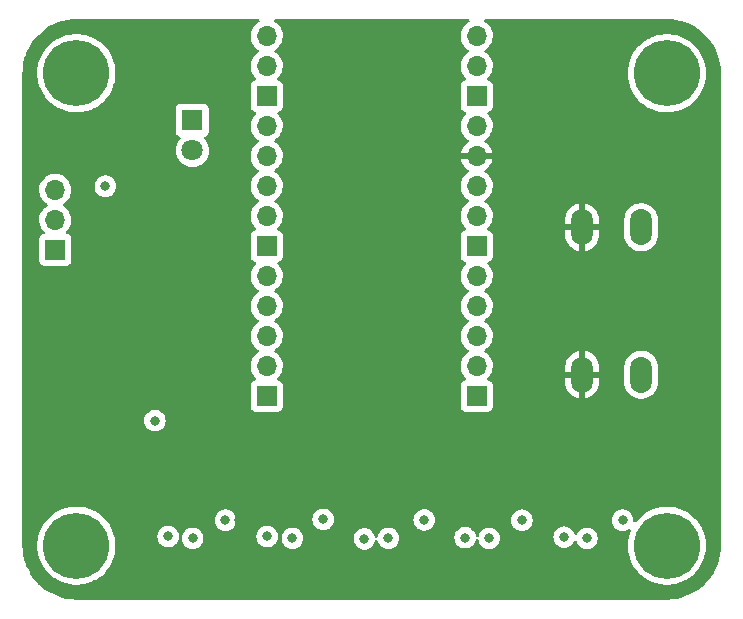
<source format=gbr>
%TF.GenerationSoftware,KiCad,Pcbnew,(6.0.9)*%
%TF.CreationDate,2022-11-19T08:58:37-07:00*%
%TF.ProjectId,AQM,41514d2e-6b69-4636-9164-5f7063625858,rev?*%
%TF.SameCoordinates,Original*%
%TF.FileFunction,Copper,L2,Inr*%
%TF.FilePolarity,Positive*%
%FSLAX46Y46*%
G04 Gerber Fmt 4.6, Leading zero omitted, Abs format (unit mm)*
G04 Created by KiCad (PCBNEW (6.0.9)) date 2022-11-19 08:58:37*
%MOMM*%
%LPD*%
G01*
G04 APERTURE LIST*
%TA.AperFunction,ComponentPad*%
%ADD10R,1.700000X1.700000*%
%TD*%
%TA.AperFunction,ComponentPad*%
%ADD11O,1.700000X1.700000*%
%TD*%
%TA.AperFunction,ComponentPad*%
%ADD12C,5.600000*%
%TD*%
%TA.AperFunction,ComponentPad*%
%ADD13R,1.800000X1.800000*%
%TD*%
%TA.AperFunction,ComponentPad*%
%ADD14C,1.800000*%
%TD*%
%TA.AperFunction,ComponentPad*%
%ADD15O,1.850000X3.048000*%
%TD*%
%TA.AperFunction,ViaPad*%
%ADD16C,0.800000*%
%TD*%
G04 APERTURE END LIST*
D10*
%TO.N,Net-(J6-Pad1)*%
%TO.C,J6*%
X93210000Y-59950000D03*
D11*
%TO.N,VBUS*%
X93210000Y-57410000D03*
%TO.N,GND*%
X93210000Y-54870000D03*
%TD*%
D12*
%TO.N,GND*%
%TO.C,H3*%
X145000000Y-85000000D03*
%TD*%
%TO.N,GND*%
%TO.C,H4*%
X95000000Y-85000000D03*
%TD*%
D11*
%TO.N,unconnected-(U1-Pad1)*%
%TO.C,U1*%
X111110000Y-41854400D03*
%TO.N,unconnected-(U1-Pad2)*%
X111110000Y-44394400D03*
D10*
%TO.N,unconnected-(U1-Pad3)*%
X111110000Y-46934400D03*
D11*
%TO.N,GND*%
X111110000Y-49474400D03*
X111110000Y-52014400D03*
%TO.N,Net-(U1-Pad6)*%
X111110000Y-54554400D03*
%TO.N,unconnected-(U1-Pad7)*%
X111110000Y-57094400D03*
D10*
%TO.N,Net-(U1-Pad8)*%
X111110000Y-59634400D03*
D11*
%TO.N,unconnected-(U1-Pad9)*%
X111110000Y-62174400D03*
%TO.N,unconnected-(U1-Pad10)*%
X111110000Y-64714400D03*
%TO.N,unconnected-(U1-Pad11)*%
X111110000Y-67254400D03*
%TO.N,unconnected-(U1-Pad12)*%
X111110000Y-69794400D03*
D10*
%TO.N,unconnected-(U1-Pad13)*%
X111110000Y-72334400D03*
%TO.N,Net-(U1-Pad14)*%
X128890000Y-72334400D03*
D11*
%TO.N,unconnected-(U1-Pad15)*%
X128890000Y-69794400D03*
%TO.N,unconnected-(U1-Pad16)*%
X128890000Y-67254400D03*
%TO.N,unconnected-(U1-Pad17)*%
X128890000Y-64714400D03*
%TO.N,unconnected-(U1-Pad18)*%
X128890000Y-62174400D03*
D10*
%TO.N,unconnected-(U1-Pad19)*%
X128890000Y-59634400D03*
D11*
%TO.N,unconnected-(U1-Pad20)*%
X128890000Y-57094400D03*
%TO.N,unconnected-(U1-Pad21)*%
X128890000Y-54554400D03*
%TO.N,+3V3*%
X128890000Y-52014400D03*
%TO.N,unconnected-(U1-Pad23)*%
X128890000Y-49474400D03*
D10*
%TO.N,GND*%
X128890000Y-46934400D03*
D11*
%TO.N,VBUS*%
X128890000Y-44394400D03*
%TO.N,unconnected-(U1-Pad26)*%
X128890000Y-41854400D03*
%TD*%
D12*
%TO.N,GND*%
%TO.C,H1*%
X95000000Y-45000000D03*
%TD*%
D13*
%TO.N,GND*%
%TO.C,D1*%
X104825000Y-49000000D03*
D14*
%TO.N,Net-(D1-Pad2)*%
X104825000Y-51540000D03*
%TD*%
D12*
%TO.N,GND*%
%TO.C,H2*%
X145000000Y-45000000D03*
%TD*%
D15*
%TO.N,Net-(R3-Pad2)*%
%TO.C,SW1*%
X142825000Y-58035000D03*
X142825000Y-70535000D03*
%TO.N,+3V3*%
X137825000Y-70535000D03*
X137825000Y-58035000D03*
%TD*%
D16*
%TO.N,Net-(C7-Pad1)*%
X136296400Y-84277200D03*
%TO.N,Net-(C13-Pad1)*%
X127914400Y-84328000D03*
%TO.N,Net-(C10-Pad1)*%
X119380000Y-84429600D03*
%TO.N,Net-(C12-Pad1)*%
X111150400Y-84226400D03*
%TO.N,Net-(C11-Pad1)*%
X102768400Y-84226400D03*
%TO.N,/I2C/I2C.SCL*%
X104851200Y-84378800D03*
X113284000Y-84378800D03*
X138226800Y-84378800D03*
X121412000Y-84378800D03*
X129946400Y-84378800D03*
%TO.N,VBUS*%
X97450000Y-54570000D03*
%TO.N,+3V3*%
X125750000Y-82825000D03*
X134250000Y-82850000D03*
X108800000Y-82825000D03*
X106273600Y-74371200D03*
X100350000Y-82900000D03*
X117375000Y-82825000D03*
%TO.N,VBUS*%
X115900000Y-82775000D03*
X107625000Y-82850000D03*
X132725000Y-82850000D03*
X124450000Y-82825000D03*
X101650800Y-74422000D03*
X141250000Y-82850000D03*
%TD*%
%TA.AperFunction,Conductor*%
%TO.N,+3V3*%
G36*
X110450494Y-40453502D02*
G01*
X110496987Y-40507158D01*
X110507091Y-40577432D01*
X110477597Y-40642012D01*
X110440558Y-40671260D01*
X110383607Y-40700907D01*
X110379474Y-40704010D01*
X110379471Y-40704012D01*
X110355247Y-40722200D01*
X110204965Y-40835035D01*
X110050629Y-40996538D01*
X110047715Y-41000810D01*
X110047714Y-41000811D01*
X109962556Y-41125649D01*
X109924743Y-41181080D01*
X109830688Y-41383705D01*
X109770989Y-41598970D01*
X109747251Y-41821095D01*
X109747548Y-41826248D01*
X109747548Y-41826251D01*
X109752852Y-41918237D01*
X109760110Y-42044115D01*
X109761247Y-42049161D01*
X109761248Y-42049167D01*
X109768282Y-42080378D01*
X109809222Y-42262039D01*
X109859317Y-42385408D01*
X109890900Y-42463188D01*
X109893266Y-42469016D01*
X110009987Y-42659488D01*
X110156250Y-42828338D01*
X110328126Y-42971032D01*
X110376963Y-42999570D01*
X110401445Y-43013876D01*
X110450169Y-43065514D01*
X110463240Y-43135297D01*
X110436509Y-43201069D01*
X110396055Y-43234427D01*
X110383607Y-43240907D01*
X110379474Y-43244010D01*
X110379471Y-43244012D01*
X110209100Y-43371930D01*
X110204965Y-43375035D01*
X110050629Y-43536538D01*
X109924743Y-43721080D01*
X109830688Y-43923705D01*
X109770989Y-44138970D01*
X109747251Y-44361095D01*
X109747548Y-44366248D01*
X109747548Y-44366251D01*
X109753011Y-44460990D01*
X109760110Y-44584115D01*
X109761247Y-44589161D01*
X109761248Y-44589167D01*
X109781119Y-44677339D01*
X109809222Y-44802039D01*
X109847461Y-44896211D01*
X109890344Y-45001819D01*
X109893266Y-45009016D01*
X110009987Y-45199488D01*
X110156250Y-45368338D01*
X110160230Y-45371642D01*
X110164981Y-45375587D01*
X110204616Y-45434490D01*
X110206113Y-45505471D01*
X110168997Y-45565993D01*
X110128724Y-45590512D01*
X110013295Y-45633785D01*
X109896739Y-45721139D01*
X109809385Y-45837695D01*
X109758255Y-45974084D01*
X109751500Y-46036266D01*
X109751500Y-47832534D01*
X109758255Y-47894716D01*
X109809385Y-48031105D01*
X109896739Y-48147661D01*
X110013295Y-48235015D01*
X110021704Y-48238167D01*
X110021705Y-48238168D01*
X110130451Y-48278935D01*
X110187216Y-48321576D01*
X110211916Y-48388138D01*
X110196709Y-48457487D01*
X110177316Y-48483968D01*
X110050629Y-48616538D01*
X109924743Y-48801080D01*
X109830688Y-49003705D01*
X109770989Y-49218970D01*
X109747251Y-49441095D01*
X109747548Y-49446248D01*
X109747548Y-49446251D01*
X109753011Y-49540990D01*
X109760110Y-49664115D01*
X109761247Y-49669161D01*
X109761248Y-49669167D01*
X109781119Y-49757339D01*
X109809222Y-49882039D01*
X109893266Y-50089016D01*
X109895965Y-50093420D01*
X110003341Y-50268642D01*
X110009987Y-50279488D01*
X110156250Y-50448338D01*
X110328126Y-50591032D01*
X110398595Y-50632211D01*
X110401445Y-50633876D01*
X110450169Y-50685514D01*
X110463240Y-50755297D01*
X110436509Y-50821069D01*
X110396055Y-50854427D01*
X110383607Y-50860907D01*
X110379474Y-50864010D01*
X110379471Y-50864012D01*
X110355247Y-50882200D01*
X110204965Y-50995035D01*
X110050629Y-51156538D01*
X110047715Y-51160810D01*
X110047714Y-51160811D01*
X110035404Y-51178857D01*
X109924743Y-51341080D01*
X109909003Y-51374990D01*
X109833965Y-51536646D01*
X109830688Y-51543705D01*
X109770989Y-51758970D01*
X109747251Y-51981095D01*
X109747548Y-51986248D01*
X109747548Y-51986251D01*
X109753011Y-52080990D01*
X109760110Y-52204115D01*
X109761247Y-52209161D01*
X109761248Y-52209167D01*
X109774597Y-52268400D01*
X109809222Y-52422039D01*
X109862434Y-52553086D01*
X109889400Y-52619494D01*
X109893266Y-52629016D01*
X109895965Y-52633420D01*
X109969851Y-52753991D01*
X110009987Y-52819488D01*
X110156250Y-52988338D01*
X110328126Y-53131032D01*
X110398595Y-53172211D01*
X110401445Y-53173876D01*
X110450169Y-53225514D01*
X110463240Y-53295297D01*
X110436509Y-53361069D01*
X110396055Y-53394427D01*
X110383607Y-53400907D01*
X110379474Y-53404010D01*
X110379471Y-53404012D01*
X110234538Y-53512831D01*
X110204965Y-53535035D01*
X110050629Y-53696538D01*
X110047715Y-53700810D01*
X110047714Y-53700811D01*
X110024666Y-53734598D01*
X109924743Y-53881080D01*
X109909003Y-53914990D01*
X109856477Y-54028148D01*
X109830688Y-54083705D01*
X109770989Y-54298970D01*
X109747251Y-54521095D01*
X109747548Y-54526248D01*
X109747548Y-54526251D01*
X109752937Y-54619707D01*
X109760110Y-54744115D01*
X109761247Y-54749161D01*
X109761248Y-54749167D01*
X109765088Y-54766206D01*
X109809222Y-54962039D01*
X109847461Y-55056211D01*
X109890833Y-55163023D01*
X109893266Y-55169016D01*
X110009987Y-55359488D01*
X110156250Y-55528338D01*
X110328126Y-55671032D01*
X110341745Y-55678990D01*
X110401445Y-55713876D01*
X110450169Y-55765514D01*
X110463240Y-55835297D01*
X110436509Y-55901069D01*
X110396055Y-55934427D01*
X110383607Y-55940907D01*
X110379474Y-55944010D01*
X110379471Y-55944012D01*
X110217643Y-56065516D01*
X110204965Y-56075035D01*
X110172664Y-56108836D01*
X110064183Y-56222355D01*
X110050629Y-56236538D01*
X110047715Y-56240810D01*
X110047714Y-56240811D01*
X110024666Y-56274598D01*
X109924743Y-56421080D01*
X109909003Y-56454990D01*
X109858862Y-56563010D01*
X109830688Y-56623705D01*
X109770989Y-56838970D01*
X109747251Y-57061095D01*
X109747548Y-57066248D01*
X109747548Y-57066251D01*
X109753623Y-57171605D01*
X109760110Y-57284115D01*
X109761247Y-57289161D01*
X109761248Y-57289167D01*
X109776212Y-57355563D01*
X109809222Y-57502039D01*
X109847461Y-57596211D01*
X109890833Y-57703023D01*
X109893266Y-57709016D01*
X110009987Y-57899488D01*
X110156250Y-58068338D01*
X110160230Y-58071642D01*
X110164981Y-58075587D01*
X110204616Y-58134490D01*
X110206113Y-58205471D01*
X110168997Y-58265993D01*
X110128725Y-58290512D01*
X110084437Y-58307115D01*
X110013295Y-58333785D01*
X109896739Y-58421139D01*
X109809385Y-58537695D01*
X109758255Y-58674084D01*
X109751500Y-58736266D01*
X109751500Y-60532534D01*
X109758255Y-60594716D01*
X109809385Y-60731105D01*
X109896739Y-60847661D01*
X110013295Y-60935015D01*
X110021704Y-60938167D01*
X110021705Y-60938168D01*
X110130451Y-60978935D01*
X110187216Y-61021576D01*
X110211916Y-61088138D01*
X110196709Y-61157487D01*
X110177316Y-61183968D01*
X110064766Y-61301745D01*
X110050629Y-61316538D01*
X109924743Y-61501080D01*
X109830688Y-61703705D01*
X109770989Y-61918970D01*
X109747251Y-62141095D01*
X109747548Y-62146248D01*
X109747548Y-62146251D01*
X109753011Y-62240990D01*
X109760110Y-62364115D01*
X109761247Y-62369161D01*
X109761248Y-62369167D01*
X109781119Y-62457339D01*
X109809222Y-62582039D01*
X109893266Y-62789016D01*
X110009987Y-62979488D01*
X110156250Y-63148338D01*
X110328126Y-63291032D01*
X110398595Y-63332211D01*
X110401445Y-63333876D01*
X110450169Y-63385514D01*
X110463240Y-63455297D01*
X110436509Y-63521069D01*
X110396055Y-63554427D01*
X110383607Y-63560907D01*
X110379474Y-63564010D01*
X110379471Y-63564012D01*
X110355247Y-63582200D01*
X110204965Y-63695035D01*
X110050629Y-63856538D01*
X109924743Y-64041080D01*
X109830688Y-64243705D01*
X109770989Y-64458970D01*
X109747251Y-64681095D01*
X109747548Y-64686248D01*
X109747548Y-64686251D01*
X109753011Y-64780990D01*
X109760110Y-64904115D01*
X109761247Y-64909161D01*
X109761248Y-64909167D01*
X109781119Y-64997339D01*
X109809222Y-65122039D01*
X109893266Y-65329016D01*
X110009987Y-65519488D01*
X110156250Y-65688338D01*
X110328126Y-65831032D01*
X110398595Y-65872211D01*
X110401445Y-65873876D01*
X110450169Y-65925514D01*
X110463240Y-65995297D01*
X110436509Y-66061069D01*
X110396055Y-66094427D01*
X110383607Y-66100907D01*
X110379474Y-66104010D01*
X110379471Y-66104012D01*
X110355247Y-66122200D01*
X110204965Y-66235035D01*
X110050629Y-66396538D01*
X109924743Y-66581080D01*
X109830688Y-66783705D01*
X109770989Y-66998970D01*
X109747251Y-67221095D01*
X109747548Y-67226248D01*
X109747548Y-67226251D01*
X109753011Y-67320990D01*
X109760110Y-67444115D01*
X109761247Y-67449161D01*
X109761248Y-67449167D01*
X109781119Y-67537339D01*
X109809222Y-67662039D01*
X109893266Y-67869016D01*
X110009987Y-68059488D01*
X110156250Y-68228338D01*
X110328126Y-68371032D01*
X110398595Y-68412211D01*
X110401445Y-68413876D01*
X110450169Y-68465514D01*
X110463240Y-68535297D01*
X110436509Y-68601069D01*
X110396055Y-68634427D01*
X110383607Y-68640907D01*
X110379474Y-68644010D01*
X110379471Y-68644012D01*
X110249584Y-68741534D01*
X110204965Y-68775035D01*
X110050629Y-68936538D01*
X110047715Y-68940810D01*
X110047714Y-68940811D01*
X109983431Y-69035046D01*
X109924743Y-69121080D01*
X109909003Y-69154990D01*
X109863891Y-69252176D01*
X109830688Y-69323705D01*
X109770989Y-69538970D01*
X109747251Y-69761095D01*
X109747548Y-69766248D01*
X109747548Y-69766251D01*
X109754041Y-69878855D01*
X109760110Y-69984115D01*
X109761247Y-69989161D01*
X109761248Y-69989167D01*
X109781119Y-70077339D01*
X109809222Y-70202039D01*
X109893266Y-70409016D01*
X110009987Y-70599488D01*
X110156250Y-70768338D01*
X110160230Y-70771642D01*
X110164981Y-70775587D01*
X110204616Y-70834490D01*
X110206113Y-70905471D01*
X110168997Y-70965993D01*
X110128724Y-70990512D01*
X110013295Y-71033785D01*
X109896739Y-71121139D01*
X109809385Y-71237695D01*
X109758255Y-71374084D01*
X109751500Y-71436266D01*
X109751500Y-73232534D01*
X109758255Y-73294716D01*
X109809385Y-73431105D01*
X109896739Y-73547661D01*
X110013295Y-73635015D01*
X110149684Y-73686145D01*
X110211866Y-73692900D01*
X112008134Y-73692900D01*
X112070316Y-73686145D01*
X112206705Y-73635015D01*
X112323261Y-73547661D01*
X112410615Y-73431105D01*
X112461745Y-73294716D01*
X112468500Y-73232534D01*
X112468500Y-71436266D01*
X112461745Y-71374084D01*
X112410615Y-71237695D01*
X112323261Y-71121139D01*
X112206705Y-71033785D01*
X112194132Y-71029072D01*
X112088203Y-70989360D01*
X112031439Y-70946718D01*
X112006739Y-70880156D01*
X112021947Y-70810808D01*
X112043493Y-70782127D01*
X112144435Y-70681537D01*
X112148096Y-70677889D01*
X112207594Y-70595089D01*
X112275435Y-70500677D01*
X112278453Y-70496477D01*
X112377430Y-70296211D01*
X112442370Y-70082469D01*
X112471529Y-69860990D01*
X112473156Y-69794400D01*
X112470418Y-69761095D01*
X127527251Y-69761095D01*
X127527548Y-69766248D01*
X127527548Y-69766251D01*
X127534041Y-69878855D01*
X127540110Y-69984115D01*
X127541247Y-69989161D01*
X127541248Y-69989167D01*
X127561119Y-70077339D01*
X127589222Y-70202039D01*
X127673266Y-70409016D01*
X127789987Y-70599488D01*
X127936250Y-70768338D01*
X127940230Y-70771642D01*
X127944981Y-70775587D01*
X127984616Y-70834490D01*
X127986113Y-70905471D01*
X127948997Y-70965993D01*
X127908724Y-70990512D01*
X127793295Y-71033785D01*
X127676739Y-71121139D01*
X127589385Y-71237695D01*
X127538255Y-71374084D01*
X127531500Y-71436266D01*
X127531500Y-73232534D01*
X127538255Y-73294716D01*
X127589385Y-73431105D01*
X127676739Y-73547661D01*
X127793295Y-73635015D01*
X127929684Y-73686145D01*
X127991866Y-73692900D01*
X129788134Y-73692900D01*
X129850316Y-73686145D01*
X129986705Y-73635015D01*
X130103261Y-73547661D01*
X130190615Y-73431105D01*
X130241745Y-73294716D01*
X130248500Y-73232534D01*
X130248500Y-71436266D01*
X130241745Y-71374084D01*
X130190615Y-71237695D01*
X130155728Y-71191145D01*
X136392000Y-71191145D01*
X136392212Y-71196318D01*
X136405973Y-71363687D01*
X136407658Y-71373867D01*
X136462544Y-71592377D01*
X136465864Y-71602128D01*
X136555704Y-71808749D01*
X136560570Y-71817824D01*
X136682948Y-72006990D01*
X136689240Y-72015161D01*
X136840869Y-72181800D01*
X136848402Y-72188825D01*
X137025218Y-72328466D01*
X137033791Y-72334162D01*
X137231045Y-72443052D01*
X137240440Y-72447273D01*
X137452820Y-72522481D01*
X137462783Y-72525113D01*
X137553163Y-72541212D01*
X137566460Y-72539752D01*
X137570508Y-72526774D01*
X138079000Y-72526774D01*
X138082918Y-72540118D01*
X138097194Y-72542105D01*
X138153121Y-72533547D01*
X138163146Y-72531159D01*
X138377295Y-72461164D01*
X138386804Y-72457167D01*
X138586640Y-72353139D01*
X138595365Y-72347645D01*
X138775532Y-72212372D01*
X138783239Y-72205529D01*
X138938896Y-72042644D01*
X138945379Y-72034638D01*
X139072343Y-71848515D01*
X139077432Y-71839556D01*
X139172294Y-71635193D01*
X139175851Y-71625525D01*
X139236060Y-71408420D01*
X139237991Y-71398301D01*
X139257644Y-71214405D01*
X139258000Y-71207713D01*
X139258000Y-71193757D01*
X141391500Y-71193757D01*
X141391711Y-71196318D01*
X141391712Y-71196341D01*
X141405478Y-71363779D01*
X141405479Y-71363785D01*
X141405902Y-71368930D01*
X141463327Y-71597551D01*
X141557322Y-71813723D01*
X141685360Y-72011641D01*
X141688839Y-72015464D01*
X141688841Y-72015467D01*
X141713858Y-72042960D01*
X141844005Y-72185989D01*
X141848056Y-72189188D01*
X141848060Y-72189192D01*
X142024939Y-72328883D01*
X142024943Y-72328885D01*
X142028994Y-72332085D01*
X142235361Y-72446005D01*
X142240230Y-72447729D01*
X142240234Y-72447731D01*
X142452689Y-72522965D01*
X142452693Y-72522966D01*
X142457564Y-72524691D01*
X142462657Y-72525598D01*
X142462660Y-72525599D01*
X142684544Y-72565123D01*
X142684550Y-72565124D01*
X142689633Y-72566029D01*
X142780477Y-72567139D01*
X142920170Y-72568846D01*
X142920172Y-72568846D01*
X142925339Y-72568909D01*
X143158349Y-72533253D01*
X143382407Y-72460020D01*
X143591496Y-72351175D01*
X143595629Y-72348072D01*
X143595632Y-72348070D01*
X143775865Y-72212747D01*
X143775868Y-72212745D01*
X143780000Y-72209642D01*
X143942857Y-72039223D01*
X144075693Y-71844492D01*
X144077869Y-71839805D01*
X144172764Y-71635372D01*
X144172766Y-71635367D01*
X144174941Y-71630681D01*
X144237935Y-71403532D01*
X144242193Y-71363687D01*
X144258144Y-71214437D01*
X144258144Y-71214429D01*
X144258500Y-71211102D01*
X144258500Y-69876243D01*
X144256971Y-69857640D01*
X144244522Y-69706221D01*
X144244521Y-69706215D01*
X144244098Y-69701070D01*
X144186673Y-69472449D01*
X144092678Y-69256277D01*
X143964640Y-69058359D01*
X143943715Y-69035362D01*
X143809473Y-68887833D01*
X143809471Y-68887832D01*
X143805995Y-68884011D01*
X143801944Y-68880812D01*
X143801940Y-68880808D01*
X143625061Y-68741117D01*
X143625057Y-68741115D01*
X143621006Y-68737915D01*
X143414639Y-68623995D01*
X143409770Y-68622271D01*
X143409766Y-68622269D01*
X143197311Y-68547035D01*
X143197307Y-68547034D01*
X143192436Y-68545309D01*
X143187343Y-68544402D01*
X143187340Y-68544401D01*
X142965456Y-68504877D01*
X142965450Y-68504876D01*
X142960367Y-68503971D01*
X142869523Y-68502861D01*
X142729830Y-68501154D01*
X142729828Y-68501154D01*
X142724661Y-68501091D01*
X142491651Y-68536747D01*
X142267593Y-68609980D01*
X142058504Y-68718825D01*
X142054371Y-68721928D01*
X142054368Y-68721930D01*
X141874135Y-68857253D01*
X141870000Y-68860358D01*
X141707143Y-69030777D01*
X141574307Y-69225508D01*
X141572133Y-69230192D01*
X141572131Y-69230195D01*
X141530905Y-69319010D01*
X141475059Y-69439319D01*
X141412065Y-69666468D01*
X141391500Y-69858898D01*
X141391500Y-71193757D01*
X139258000Y-71193757D01*
X139258000Y-70807115D01*
X139253525Y-70791876D01*
X139252135Y-70790671D01*
X139244452Y-70789000D01*
X138097115Y-70789000D01*
X138081876Y-70793475D01*
X138080671Y-70794865D01*
X138079000Y-70802548D01*
X138079000Y-72526774D01*
X137570508Y-72526774D01*
X137571000Y-72525197D01*
X137571000Y-70807115D01*
X137566525Y-70791876D01*
X137565135Y-70790671D01*
X137557452Y-70789000D01*
X136410115Y-70789000D01*
X136394876Y-70793475D01*
X136393671Y-70794865D01*
X136392000Y-70802548D01*
X136392000Y-71191145D01*
X130155728Y-71191145D01*
X130103261Y-71121139D01*
X129986705Y-71033785D01*
X129974132Y-71029072D01*
X129868203Y-70989360D01*
X129811439Y-70946718D01*
X129786739Y-70880156D01*
X129801947Y-70810808D01*
X129823493Y-70782127D01*
X129924435Y-70681537D01*
X129928096Y-70677889D01*
X129987594Y-70595089D01*
X130055435Y-70500677D01*
X130058453Y-70496477D01*
X130157430Y-70296211D01*
X130167555Y-70262885D01*
X136392000Y-70262885D01*
X136396475Y-70278124D01*
X136397865Y-70279329D01*
X136405548Y-70281000D01*
X137552885Y-70281000D01*
X137568124Y-70276525D01*
X137569329Y-70275135D01*
X137571000Y-70267452D01*
X137571000Y-70262885D01*
X138079000Y-70262885D01*
X138083475Y-70278124D01*
X138084865Y-70279329D01*
X138092548Y-70281000D01*
X139239885Y-70281000D01*
X139255124Y-70276525D01*
X139256329Y-70275135D01*
X139258000Y-70267452D01*
X139258000Y-69878855D01*
X139257788Y-69873682D01*
X139244027Y-69706313D01*
X139242342Y-69696133D01*
X139187456Y-69477623D01*
X139184136Y-69467872D01*
X139094296Y-69261251D01*
X139089430Y-69252176D01*
X138967052Y-69063010D01*
X138960760Y-69054839D01*
X138809131Y-68888200D01*
X138801598Y-68881175D01*
X138624782Y-68741534D01*
X138616209Y-68735838D01*
X138418955Y-68626948D01*
X138409560Y-68622727D01*
X138197180Y-68547519D01*
X138187217Y-68544887D01*
X138096837Y-68528788D01*
X138083540Y-68530248D01*
X138079000Y-68544803D01*
X138079000Y-70262885D01*
X137571000Y-70262885D01*
X137571000Y-68543226D01*
X137567082Y-68529882D01*
X137552806Y-68527895D01*
X137496879Y-68536453D01*
X137486854Y-68538841D01*
X137272705Y-68608836D01*
X137263196Y-68612833D01*
X137063360Y-68716861D01*
X137054635Y-68722355D01*
X136874468Y-68857628D01*
X136866761Y-68864471D01*
X136711104Y-69027356D01*
X136704621Y-69035362D01*
X136577657Y-69221485D01*
X136572568Y-69230444D01*
X136477706Y-69434807D01*
X136474149Y-69444475D01*
X136413940Y-69661580D01*
X136412009Y-69671699D01*
X136392356Y-69855595D01*
X136392000Y-69862287D01*
X136392000Y-70262885D01*
X130167555Y-70262885D01*
X130222370Y-70082469D01*
X130251529Y-69860990D01*
X130253156Y-69794400D01*
X130234852Y-69571761D01*
X130180431Y-69355102D01*
X130091354Y-69150240D01*
X130034723Y-69062702D01*
X129972822Y-68967017D01*
X129972820Y-68967014D01*
X129970014Y-68962677D01*
X129819670Y-68797451D01*
X129815619Y-68794252D01*
X129815615Y-68794248D01*
X129648414Y-68662200D01*
X129648410Y-68662198D01*
X129644359Y-68658998D01*
X129603053Y-68636196D01*
X129553084Y-68585764D01*
X129538312Y-68516321D01*
X129563428Y-68449916D01*
X129590780Y-68423309D01*
X129634603Y-68392050D01*
X129769860Y-68295573D01*
X129928096Y-68137889D01*
X129987594Y-68055089D01*
X130055435Y-67960677D01*
X130058453Y-67956477D01*
X130157430Y-67756211D01*
X130222370Y-67542469D01*
X130251529Y-67320990D01*
X130253156Y-67254400D01*
X130234852Y-67031761D01*
X130180431Y-66815102D01*
X130091354Y-66610240D01*
X129970014Y-66422677D01*
X129819670Y-66257451D01*
X129815619Y-66254252D01*
X129815615Y-66254248D01*
X129648414Y-66122200D01*
X129648410Y-66122198D01*
X129644359Y-66118998D01*
X129603053Y-66096196D01*
X129553084Y-66045764D01*
X129538312Y-65976321D01*
X129563428Y-65909916D01*
X129590780Y-65883309D01*
X129634603Y-65852050D01*
X129769860Y-65755573D01*
X129928096Y-65597889D01*
X129987594Y-65515089D01*
X130055435Y-65420677D01*
X130058453Y-65416477D01*
X130157430Y-65216211D01*
X130222370Y-65002469D01*
X130251529Y-64780990D01*
X130253156Y-64714400D01*
X130234852Y-64491761D01*
X130180431Y-64275102D01*
X130091354Y-64070240D01*
X129970014Y-63882677D01*
X129819670Y-63717451D01*
X129815619Y-63714252D01*
X129815615Y-63714248D01*
X129648414Y-63582200D01*
X129648410Y-63582198D01*
X129644359Y-63578998D01*
X129603053Y-63556196D01*
X129553084Y-63505764D01*
X129538312Y-63436321D01*
X129563428Y-63369916D01*
X129590780Y-63343309D01*
X129634603Y-63312050D01*
X129769860Y-63215573D01*
X129928096Y-63057889D01*
X129987594Y-62975089D01*
X130055435Y-62880677D01*
X130058453Y-62876477D01*
X130157430Y-62676211D01*
X130222370Y-62462469D01*
X130251529Y-62240990D01*
X130253156Y-62174400D01*
X130234852Y-61951761D01*
X130180431Y-61735102D01*
X130091354Y-61530240D01*
X129970014Y-61342677D01*
X129966532Y-61338850D01*
X129822798Y-61180888D01*
X129791746Y-61117042D01*
X129800141Y-61046543D01*
X129845317Y-60991775D01*
X129871761Y-60978106D01*
X129978297Y-60938167D01*
X129986705Y-60935015D01*
X130103261Y-60847661D01*
X130190615Y-60731105D01*
X130241745Y-60594716D01*
X130248500Y-60532534D01*
X130248500Y-58736266D01*
X130243598Y-58691145D01*
X136392000Y-58691145D01*
X136392212Y-58696318D01*
X136405973Y-58863687D01*
X136407658Y-58873867D01*
X136462544Y-59092377D01*
X136465864Y-59102128D01*
X136555704Y-59308749D01*
X136560570Y-59317824D01*
X136682948Y-59506990D01*
X136689240Y-59515161D01*
X136840869Y-59681800D01*
X136848402Y-59688825D01*
X137025218Y-59828466D01*
X137033791Y-59834162D01*
X137231045Y-59943052D01*
X137240440Y-59947273D01*
X137452820Y-60022481D01*
X137462783Y-60025113D01*
X137553163Y-60041212D01*
X137566460Y-60039752D01*
X137570508Y-60026774D01*
X138079000Y-60026774D01*
X138082918Y-60040118D01*
X138097194Y-60042105D01*
X138153121Y-60033547D01*
X138163146Y-60031159D01*
X138377295Y-59961164D01*
X138386804Y-59957167D01*
X138586640Y-59853139D01*
X138595365Y-59847645D01*
X138775532Y-59712372D01*
X138783239Y-59705529D01*
X138938896Y-59542644D01*
X138945379Y-59534638D01*
X139072343Y-59348515D01*
X139077432Y-59339556D01*
X139172294Y-59135193D01*
X139175851Y-59125525D01*
X139236060Y-58908420D01*
X139237991Y-58898301D01*
X139257644Y-58714405D01*
X139258000Y-58707713D01*
X139258000Y-58693757D01*
X141391500Y-58693757D01*
X141391711Y-58696318D01*
X141391712Y-58696341D01*
X141405478Y-58863779D01*
X141405479Y-58863785D01*
X141405902Y-58868930D01*
X141463327Y-59097551D01*
X141557322Y-59313723D01*
X141685360Y-59511641D01*
X141688839Y-59515464D01*
X141688841Y-59515467D01*
X141713858Y-59542960D01*
X141844005Y-59685989D01*
X141848056Y-59689188D01*
X141848060Y-59689192D01*
X142024939Y-59828883D01*
X142024943Y-59828885D01*
X142028994Y-59832085D01*
X142235361Y-59946005D01*
X142240230Y-59947729D01*
X142240234Y-59947731D01*
X142452689Y-60022965D01*
X142452693Y-60022966D01*
X142457564Y-60024691D01*
X142462657Y-60025598D01*
X142462660Y-60025599D01*
X142684544Y-60065123D01*
X142684550Y-60065124D01*
X142689633Y-60066029D01*
X142780477Y-60067139D01*
X142920170Y-60068846D01*
X142920172Y-60068846D01*
X142925339Y-60068909D01*
X143158349Y-60033253D01*
X143382407Y-59960020D01*
X143591496Y-59851175D01*
X143595629Y-59848072D01*
X143595632Y-59848070D01*
X143775865Y-59712747D01*
X143775868Y-59712745D01*
X143780000Y-59709642D01*
X143942857Y-59539223D01*
X144075693Y-59344492D01*
X144077869Y-59339805D01*
X144172764Y-59135372D01*
X144172766Y-59135367D01*
X144174941Y-59130681D01*
X144237935Y-58903532D01*
X144255446Y-58739683D01*
X144258144Y-58714437D01*
X144258144Y-58714429D01*
X144258500Y-58711102D01*
X144258500Y-57376243D01*
X144258288Y-57373659D01*
X144244522Y-57206221D01*
X144244521Y-57206215D01*
X144244098Y-57201070D01*
X144186673Y-56972449D01*
X144092678Y-56756277D01*
X143964640Y-56558359D01*
X143958980Y-56552138D01*
X143809473Y-56387833D01*
X143809471Y-56387832D01*
X143805995Y-56384011D01*
X143801944Y-56380812D01*
X143801940Y-56380808D01*
X143625061Y-56241117D01*
X143625057Y-56241115D01*
X143621006Y-56237915D01*
X143414639Y-56123995D01*
X143409770Y-56122271D01*
X143409766Y-56122269D01*
X143197311Y-56047035D01*
X143197307Y-56047034D01*
X143192436Y-56045309D01*
X143187343Y-56044402D01*
X143187340Y-56044401D01*
X142965456Y-56004877D01*
X142965450Y-56004876D01*
X142960367Y-56003971D01*
X142869523Y-56002861D01*
X142729830Y-56001154D01*
X142729828Y-56001154D01*
X142724661Y-56001091D01*
X142491651Y-56036747D01*
X142267593Y-56109980D01*
X142058504Y-56218825D01*
X142054371Y-56221928D01*
X142054368Y-56221930D01*
X141874135Y-56357253D01*
X141870000Y-56360358D01*
X141707143Y-56530777D01*
X141574307Y-56725508D01*
X141572133Y-56730192D01*
X141572131Y-56730195D01*
X141477245Y-56934610D01*
X141475059Y-56939319D01*
X141412065Y-57166468D01*
X141391500Y-57358898D01*
X141391500Y-58693757D01*
X139258000Y-58693757D01*
X139258000Y-58307115D01*
X139253525Y-58291876D01*
X139252135Y-58290671D01*
X139244452Y-58289000D01*
X138097115Y-58289000D01*
X138081876Y-58293475D01*
X138080671Y-58294865D01*
X138079000Y-58302548D01*
X138079000Y-60026774D01*
X137570508Y-60026774D01*
X137571000Y-60025197D01*
X137571000Y-58307115D01*
X137566525Y-58291876D01*
X137565135Y-58290671D01*
X137557452Y-58289000D01*
X136410115Y-58289000D01*
X136394876Y-58293475D01*
X136393671Y-58294865D01*
X136392000Y-58302548D01*
X136392000Y-58691145D01*
X130243598Y-58691145D01*
X130241745Y-58674084D01*
X130190615Y-58537695D01*
X130103261Y-58421139D01*
X129986705Y-58333785D01*
X129974132Y-58329072D01*
X129868203Y-58289360D01*
X129811439Y-58246718D01*
X129786739Y-58180156D01*
X129801947Y-58110808D01*
X129823493Y-58082127D01*
X129924435Y-57981537D01*
X129928096Y-57977889D01*
X129987594Y-57895089D01*
X130055435Y-57800677D01*
X130058453Y-57796477D01*
X130075055Y-57762885D01*
X136392000Y-57762885D01*
X136396475Y-57778124D01*
X136397865Y-57779329D01*
X136405548Y-57781000D01*
X137552885Y-57781000D01*
X137568124Y-57776525D01*
X137569329Y-57775135D01*
X137571000Y-57767452D01*
X137571000Y-57762885D01*
X138079000Y-57762885D01*
X138083475Y-57778124D01*
X138084865Y-57779329D01*
X138092548Y-57781000D01*
X139239885Y-57781000D01*
X139255124Y-57776525D01*
X139256329Y-57775135D01*
X139258000Y-57767452D01*
X139258000Y-57378855D01*
X139257788Y-57373682D01*
X139244027Y-57206313D01*
X139242342Y-57196133D01*
X139187456Y-56977623D01*
X139184136Y-56967872D01*
X139094296Y-56761251D01*
X139089430Y-56752176D01*
X138967052Y-56563010D01*
X138960760Y-56554839D01*
X138809131Y-56388200D01*
X138801598Y-56381175D01*
X138624782Y-56241534D01*
X138616209Y-56235838D01*
X138418955Y-56126948D01*
X138409560Y-56122727D01*
X138197180Y-56047519D01*
X138187217Y-56044887D01*
X138096837Y-56028788D01*
X138083540Y-56030248D01*
X138079000Y-56044803D01*
X138079000Y-57762885D01*
X137571000Y-57762885D01*
X137571000Y-56043226D01*
X137567082Y-56029882D01*
X137552806Y-56027895D01*
X137496879Y-56036453D01*
X137486854Y-56038841D01*
X137272705Y-56108836D01*
X137263196Y-56112833D01*
X137063360Y-56216861D01*
X137054635Y-56222355D01*
X136874468Y-56357628D01*
X136866761Y-56364471D01*
X136711104Y-56527356D01*
X136704621Y-56535362D01*
X136577657Y-56721485D01*
X136572568Y-56730444D01*
X136477706Y-56934807D01*
X136474149Y-56944475D01*
X136413940Y-57161580D01*
X136412009Y-57171699D01*
X136392356Y-57355595D01*
X136392000Y-57362287D01*
X136392000Y-57762885D01*
X130075055Y-57762885D01*
X130109625Y-57692939D01*
X130155136Y-57600853D01*
X130155137Y-57600851D01*
X130157430Y-57596211D01*
X130212983Y-57413365D01*
X130220865Y-57387423D01*
X130220865Y-57387421D01*
X130222370Y-57382469D01*
X130251529Y-57160990D01*
X130253156Y-57094400D01*
X130234852Y-56871761D01*
X130180431Y-56655102D01*
X130091354Y-56450240D01*
X129970014Y-56262677D01*
X129819670Y-56097451D01*
X129815619Y-56094252D01*
X129815615Y-56094248D01*
X129648414Y-55962200D01*
X129648410Y-55962198D01*
X129644359Y-55958998D01*
X129603053Y-55936196D01*
X129553084Y-55885764D01*
X129538312Y-55816321D01*
X129563428Y-55749916D01*
X129590780Y-55723309D01*
X129658383Y-55675088D01*
X129769860Y-55595573D01*
X129798094Y-55567438D01*
X129924435Y-55441537D01*
X129928096Y-55437889D01*
X129987594Y-55355089D01*
X130055435Y-55260677D01*
X130058453Y-55256477D01*
X130109625Y-55152939D01*
X130155136Y-55060853D01*
X130155137Y-55060851D01*
X130157430Y-55056211D01*
X130212983Y-54873365D01*
X130220865Y-54847423D01*
X130220865Y-54847421D01*
X130222370Y-54842469D01*
X130251529Y-54620990D01*
X130251808Y-54609588D01*
X130253074Y-54557765D01*
X130253074Y-54557761D01*
X130253156Y-54554400D01*
X130234852Y-54331761D01*
X130180431Y-54115102D01*
X130091354Y-53910240D01*
X130050785Y-53847530D01*
X129972822Y-53727017D01*
X129972820Y-53727014D01*
X129970014Y-53722677D01*
X129819670Y-53557451D01*
X129815619Y-53554252D01*
X129815615Y-53554248D01*
X129648414Y-53422200D01*
X129648410Y-53422198D01*
X129644359Y-53418998D01*
X129602569Y-53395929D01*
X129552598Y-53345497D01*
X129537826Y-53276054D01*
X129562942Y-53209648D01*
X129590294Y-53183041D01*
X129765328Y-53058192D01*
X129773200Y-53051539D01*
X129924052Y-52901212D01*
X129930730Y-52893365D01*
X130055003Y-52720420D01*
X130060313Y-52711583D01*
X130154670Y-52520667D01*
X130158469Y-52511072D01*
X130220377Y-52307310D01*
X130222555Y-52297237D01*
X130223986Y-52286362D01*
X130221775Y-52272178D01*
X130208617Y-52268400D01*
X127573225Y-52268400D01*
X127559694Y-52272373D01*
X127558257Y-52282366D01*
X127588565Y-52416846D01*
X127591645Y-52426675D01*
X127671770Y-52624003D01*
X127676413Y-52633194D01*
X127787694Y-52814788D01*
X127793777Y-52823099D01*
X127933213Y-52984067D01*
X127940580Y-52991283D01*
X128104434Y-53127316D01*
X128112881Y-53133231D01*
X128181969Y-53173603D01*
X128230693Y-53225242D01*
X128243764Y-53295025D01*
X128217033Y-53360796D01*
X128176584Y-53394152D01*
X128163607Y-53400907D01*
X128159474Y-53404010D01*
X128159471Y-53404012D01*
X128014538Y-53512831D01*
X127984965Y-53535035D01*
X127830629Y-53696538D01*
X127827715Y-53700810D01*
X127827714Y-53700811D01*
X127804666Y-53734598D01*
X127704743Y-53881080D01*
X127689003Y-53914990D01*
X127636477Y-54028148D01*
X127610688Y-54083705D01*
X127550989Y-54298970D01*
X127527251Y-54521095D01*
X127527548Y-54526248D01*
X127527548Y-54526251D01*
X127532937Y-54619707D01*
X127540110Y-54744115D01*
X127541247Y-54749161D01*
X127541248Y-54749167D01*
X127545088Y-54766206D01*
X127589222Y-54962039D01*
X127627461Y-55056211D01*
X127670833Y-55163023D01*
X127673266Y-55169016D01*
X127789987Y-55359488D01*
X127936250Y-55528338D01*
X128108126Y-55671032D01*
X128121745Y-55678990D01*
X128181445Y-55713876D01*
X128230169Y-55765514D01*
X128243240Y-55835297D01*
X128216509Y-55901069D01*
X128176055Y-55934427D01*
X128163607Y-55940907D01*
X128159474Y-55944010D01*
X128159471Y-55944012D01*
X127997643Y-56065516D01*
X127984965Y-56075035D01*
X127952664Y-56108836D01*
X127844183Y-56222355D01*
X127830629Y-56236538D01*
X127827715Y-56240810D01*
X127827714Y-56240811D01*
X127804666Y-56274598D01*
X127704743Y-56421080D01*
X127689003Y-56454990D01*
X127638862Y-56563010D01*
X127610688Y-56623705D01*
X127550989Y-56838970D01*
X127527251Y-57061095D01*
X127527548Y-57066248D01*
X127527548Y-57066251D01*
X127533623Y-57171605D01*
X127540110Y-57284115D01*
X127541247Y-57289161D01*
X127541248Y-57289167D01*
X127556212Y-57355563D01*
X127589222Y-57502039D01*
X127627461Y-57596211D01*
X127670833Y-57703023D01*
X127673266Y-57709016D01*
X127789987Y-57899488D01*
X127936250Y-58068338D01*
X127940230Y-58071642D01*
X127944981Y-58075587D01*
X127984616Y-58134490D01*
X127986113Y-58205471D01*
X127948997Y-58265993D01*
X127908725Y-58290512D01*
X127864437Y-58307115D01*
X127793295Y-58333785D01*
X127676739Y-58421139D01*
X127589385Y-58537695D01*
X127538255Y-58674084D01*
X127531500Y-58736266D01*
X127531500Y-60532534D01*
X127538255Y-60594716D01*
X127589385Y-60731105D01*
X127676739Y-60847661D01*
X127793295Y-60935015D01*
X127801704Y-60938167D01*
X127801705Y-60938168D01*
X127910451Y-60978935D01*
X127967216Y-61021576D01*
X127991916Y-61088138D01*
X127976709Y-61157487D01*
X127957316Y-61183968D01*
X127844766Y-61301745D01*
X127830629Y-61316538D01*
X127704743Y-61501080D01*
X127610688Y-61703705D01*
X127550989Y-61918970D01*
X127527251Y-62141095D01*
X127527548Y-62146248D01*
X127527548Y-62146251D01*
X127533011Y-62240990D01*
X127540110Y-62364115D01*
X127541247Y-62369161D01*
X127541248Y-62369167D01*
X127561119Y-62457339D01*
X127589222Y-62582039D01*
X127673266Y-62789016D01*
X127789987Y-62979488D01*
X127936250Y-63148338D01*
X128108126Y-63291032D01*
X128178595Y-63332211D01*
X128181445Y-63333876D01*
X128230169Y-63385514D01*
X128243240Y-63455297D01*
X128216509Y-63521069D01*
X128176055Y-63554427D01*
X128163607Y-63560907D01*
X128159474Y-63564010D01*
X128159471Y-63564012D01*
X128135247Y-63582200D01*
X127984965Y-63695035D01*
X127830629Y-63856538D01*
X127704743Y-64041080D01*
X127610688Y-64243705D01*
X127550989Y-64458970D01*
X127527251Y-64681095D01*
X127527548Y-64686248D01*
X127527548Y-64686251D01*
X127533011Y-64780990D01*
X127540110Y-64904115D01*
X127541247Y-64909161D01*
X127541248Y-64909167D01*
X127561119Y-64997339D01*
X127589222Y-65122039D01*
X127673266Y-65329016D01*
X127789987Y-65519488D01*
X127936250Y-65688338D01*
X128108126Y-65831032D01*
X128178595Y-65872211D01*
X128181445Y-65873876D01*
X128230169Y-65925514D01*
X128243240Y-65995297D01*
X128216509Y-66061069D01*
X128176055Y-66094427D01*
X128163607Y-66100907D01*
X128159474Y-66104010D01*
X128159471Y-66104012D01*
X128135247Y-66122200D01*
X127984965Y-66235035D01*
X127830629Y-66396538D01*
X127704743Y-66581080D01*
X127610688Y-66783705D01*
X127550989Y-66998970D01*
X127527251Y-67221095D01*
X127527548Y-67226248D01*
X127527548Y-67226251D01*
X127533011Y-67320990D01*
X127540110Y-67444115D01*
X127541247Y-67449161D01*
X127541248Y-67449167D01*
X127561119Y-67537339D01*
X127589222Y-67662039D01*
X127673266Y-67869016D01*
X127789987Y-68059488D01*
X127936250Y-68228338D01*
X128108126Y-68371032D01*
X128178595Y-68412211D01*
X128181445Y-68413876D01*
X128230169Y-68465514D01*
X128243240Y-68535297D01*
X128216509Y-68601069D01*
X128176055Y-68634427D01*
X128163607Y-68640907D01*
X128159474Y-68644010D01*
X128159471Y-68644012D01*
X128029584Y-68741534D01*
X127984965Y-68775035D01*
X127830629Y-68936538D01*
X127827715Y-68940810D01*
X127827714Y-68940811D01*
X127763431Y-69035046D01*
X127704743Y-69121080D01*
X127689003Y-69154990D01*
X127643891Y-69252176D01*
X127610688Y-69323705D01*
X127550989Y-69538970D01*
X127527251Y-69761095D01*
X112470418Y-69761095D01*
X112454852Y-69571761D01*
X112400431Y-69355102D01*
X112311354Y-69150240D01*
X112254723Y-69062702D01*
X112192822Y-68967017D01*
X112192820Y-68967014D01*
X112190014Y-68962677D01*
X112039670Y-68797451D01*
X112035619Y-68794252D01*
X112035615Y-68794248D01*
X111868414Y-68662200D01*
X111868410Y-68662198D01*
X111864359Y-68658998D01*
X111823053Y-68636196D01*
X111773084Y-68585764D01*
X111758312Y-68516321D01*
X111783428Y-68449916D01*
X111810780Y-68423309D01*
X111854603Y-68392050D01*
X111989860Y-68295573D01*
X112148096Y-68137889D01*
X112207594Y-68055089D01*
X112275435Y-67960677D01*
X112278453Y-67956477D01*
X112377430Y-67756211D01*
X112442370Y-67542469D01*
X112471529Y-67320990D01*
X112473156Y-67254400D01*
X112454852Y-67031761D01*
X112400431Y-66815102D01*
X112311354Y-66610240D01*
X112190014Y-66422677D01*
X112039670Y-66257451D01*
X112035619Y-66254252D01*
X112035615Y-66254248D01*
X111868414Y-66122200D01*
X111868410Y-66122198D01*
X111864359Y-66118998D01*
X111823053Y-66096196D01*
X111773084Y-66045764D01*
X111758312Y-65976321D01*
X111783428Y-65909916D01*
X111810780Y-65883309D01*
X111854603Y-65852050D01*
X111989860Y-65755573D01*
X112148096Y-65597889D01*
X112207594Y-65515089D01*
X112275435Y-65420677D01*
X112278453Y-65416477D01*
X112377430Y-65216211D01*
X112442370Y-65002469D01*
X112471529Y-64780990D01*
X112473156Y-64714400D01*
X112454852Y-64491761D01*
X112400431Y-64275102D01*
X112311354Y-64070240D01*
X112190014Y-63882677D01*
X112039670Y-63717451D01*
X112035619Y-63714252D01*
X112035615Y-63714248D01*
X111868414Y-63582200D01*
X111868410Y-63582198D01*
X111864359Y-63578998D01*
X111823053Y-63556196D01*
X111773084Y-63505764D01*
X111758312Y-63436321D01*
X111783428Y-63369916D01*
X111810780Y-63343309D01*
X111854603Y-63312050D01*
X111989860Y-63215573D01*
X112148096Y-63057889D01*
X112207594Y-62975089D01*
X112275435Y-62880677D01*
X112278453Y-62876477D01*
X112377430Y-62676211D01*
X112442370Y-62462469D01*
X112471529Y-62240990D01*
X112473156Y-62174400D01*
X112454852Y-61951761D01*
X112400431Y-61735102D01*
X112311354Y-61530240D01*
X112190014Y-61342677D01*
X112186532Y-61338850D01*
X112042798Y-61180888D01*
X112011746Y-61117042D01*
X112020141Y-61046543D01*
X112065317Y-60991775D01*
X112091761Y-60978106D01*
X112198297Y-60938167D01*
X112206705Y-60935015D01*
X112323261Y-60847661D01*
X112410615Y-60731105D01*
X112461745Y-60594716D01*
X112468500Y-60532534D01*
X112468500Y-58736266D01*
X112461745Y-58674084D01*
X112410615Y-58537695D01*
X112323261Y-58421139D01*
X112206705Y-58333785D01*
X112194132Y-58329072D01*
X112088203Y-58289360D01*
X112031439Y-58246718D01*
X112006739Y-58180156D01*
X112021947Y-58110808D01*
X112043493Y-58082127D01*
X112144435Y-57981537D01*
X112148096Y-57977889D01*
X112207594Y-57895089D01*
X112275435Y-57800677D01*
X112278453Y-57796477D01*
X112329625Y-57692939D01*
X112375136Y-57600853D01*
X112375137Y-57600851D01*
X112377430Y-57596211D01*
X112432983Y-57413365D01*
X112440865Y-57387423D01*
X112440865Y-57387421D01*
X112442370Y-57382469D01*
X112471529Y-57160990D01*
X112473156Y-57094400D01*
X112454852Y-56871761D01*
X112400431Y-56655102D01*
X112311354Y-56450240D01*
X112190014Y-56262677D01*
X112039670Y-56097451D01*
X112035619Y-56094252D01*
X112035615Y-56094248D01*
X111868414Y-55962200D01*
X111868410Y-55962198D01*
X111864359Y-55958998D01*
X111823053Y-55936196D01*
X111773084Y-55885764D01*
X111758312Y-55816321D01*
X111783428Y-55749916D01*
X111810780Y-55723309D01*
X111878383Y-55675088D01*
X111989860Y-55595573D01*
X112018094Y-55567438D01*
X112144435Y-55441537D01*
X112148096Y-55437889D01*
X112207594Y-55355089D01*
X112275435Y-55260677D01*
X112278453Y-55256477D01*
X112329625Y-55152939D01*
X112375136Y-55060853D01*
X112375137Y-55060851D01*
X112377430Y-55056211D01*
X112432983Y-54873365D01*
X112440865Y-54847423D01*
X112440865Y-54847421D01*
X112442370Y-54842469D01*
X112471529Y-54620990D01*
X112471808Y-54609588D01*
X112473074Y-54557765D01*
X112473074Y-54557761D01*
X112473156Y-54554400D01*
X112454852Y-54331761D01*
X112400431Y-54115102D01*
X112311354Y-53910240D01*
X112270785Y-53847530D01*
X112192822Y-53727017D01*
X112192820Y-53727014D01*
X112190014Y-53722677D01*
X112039670Y-53557451D01*
X112035619Y-53554252D01*
X112035615Y-53554248D01*
X111868414Y-53422200D01*
X111868410Y-53422198D01*
X111864359Y-53418998D01*
X111823053Y-53396196D01*
X111773084Y-53345764D01*
X111758312Y-53276321D01*
X111783428Y-53209916D01*
X111810780Y-53183309D01*
X111854603Y-53152050D01*
X111989860Y-53055573D01*
X112148096Y-52897889D01*
X112177213Y-52857369D01*
X112275435Y-52720677D01*
X112278453Y-52716477D01*
X112286429Y-52700340D01*
X112375136Y-52520853D01*
X112375137Y-52520851D01*
X112377430Y-52516211D01*
X112442370Y-52302469D01*
X112471529Y-52080990D01*
X112473156Y-52014400D01*
X112454852Y-51791761D01*
X112400431Y-51575102D01*
X112311354Y-51370240D01*
X112190014Y-51182677D01*
X112039670Y-51017451D01*
X112035619Y-51014252D01*
X112035615Y-51014248D01*
X111868414Y-50882200D01*
X111868410Y-50882198D01*
X111864359Y-50878998D01*
X111823053Y-50856196D01*
X111773084Y-50805764D01*
X111758312Y-50736321D01*
X111783428Y-50669916D01*
X111810780Y-50643309D01*
X111854603Y-50612050D01*
X111989860Y-50515573D01*
X112148096Y-50357889D01*
X112207594Y-50275089D01*
X112275435Y-50180677D01*
X112278453Y-50176477D01*
X112360575Y-50010316D01*
X112375136Y-49980853D01*
X112375137Y-49980851D01*
X112377430Y-49976211D01*
X112442370Y-49762469D01*
X112471529Y-49540990D01*
X112473156Y-49474400D01*
X112454852Y-49251761D01*
X112400431Y-49035102D01*
X112311354Y-48830240D01*
X112190014Y-48642677D01*
X112186532Y-48638850D01*
X112042798Y-48480888D01*
X112011746Y-48417042D01*
X112020141Y-48346543D01*
X112065317Y-48291775D01*
X112091761Y-48278106D01*
X112198297Y-48238167D01*
X112206705Y-48235015D01*
X112323261Y-48147661D01*
X112410615Y-48031105D01*
X112461745Y-47894716D01*
X112468500Y-47832534D01*
X112468500Y-46036266D01*
X112461745Y-45974084D01*
X112410615Y-45837695D01*
X112323261Y-45721139D01*
X112206705Y-45633785D01*
X112194132Y-45629072D01*
X112088203Y-45589360D01*
X112031439Y-45546718D01*
X112006739Y-45480156D01*
X112021947Y-45410808D01*
X112043493Y-45382127D01*
X112044797Y-45380828D01*
X112148096Y-45277889D01*
X112207594Y-45195089D01*
X112275435Y-45100677D01*
X112278453Y-45096477D01*
X112305565Y-45041621D01*
X112375136Y-44900853D01*
X112375137Y-44900851D01*
X112377430Y-44896211D01*
X112442370Y-44682469D01*
X112471529Y-44460990D01*
X112473156Y-44394400D01*
X112454852Y-44171761D01*
X112400431Y-43955102D01*
X112311354Y-43750240D01*
X112216020Y-43602876D01*
X112192822Y-43567017D01*
X112192820Y-43567014D01*
X112190014Y-43562677D01*
X112039670Y-43397451D01*
X112035619Y-43394252D01*
X112035615Y-43394248D01*
X111868414Y-43262200D01*
X111868410Y-43262198D01*
X111864359Y-43258998D01*
X111823053Y-43236196D01*
X111773084Y-43185764D01*
X111758312Y-43116321D01*
X111783428Y-43049916D01*
X111810780Y-43023309D01*
X111864546Y-42984958D01*
X111989860Y-42895573D01*
X112148096Y-42737889D01*
X112158485Y-42723432D01*
X112275435Y-42560677D01*
X112278453Y-42556477D01*
X112316700Y-42479091D01*
X112375136Y-42360853D01*
X112375137Y-42360851D01*
X112377430Y-42356211D01*
X112442370Y-42142469D01*
X112471529Y-41920990D01*
X112473156Y-41854400D01*
X112454852Y-41631761D01*
X112400431Y-41415102D01*
X112311354Y-41210240D01*
X112206929Y-41048823D01*
X112192822Y-41027017D01*
X112192820Y-41027014D01*
X112190014Y-41022677D01*
X112039670Y-40857451D01*
X112035619Y-40854252D01*
X112035615Y-40854248D01*
X111868414Y-40722200D01*
X111868410Y-40722198D01*
X111864359Y-40718998D01*
X111775253Y-40669809D01*
X111725282Y-40619376D01*
X111710510Y-40549933D01*
X111735626Y-40483528D01*
X111792657Y-40441243D01*
X111836146Y-40433500D01*
X128162373Y-40433500D01*
X128230494Y-40453502D01*
X128276987Y-40507158D01*
X128287091Y-40577432D01*
X128257597Y-40642012D01*
X128220558Y-40671260D01*
X128163607Y-40700907D01*
X128159474Y-40704010D01*
X128159471Y-40704012D01*
X128135247Y-40722200D01*
X127984965Y-40835035D01*
X127830629Y-40996538D01*
X127827715Y-41000810D01*
X127827714Y-41000811D01*
X127742556Y-41125649D01*
X127704743Y-41181080D01*
X127610688Y-41383705D01*
X127550989Y-41598970D01*
X127527251Y-41821095D01*
X127527548Y-41826248D01*
X127527548Y-41826251D01*
X127532852Y-41918237D01*
X127540110Y-42044115D01*
X127541247Y-42049161D01*
X127541248Y-42049167D01*
X127548282Y-42080378D01*
X127589222Y-42262039D01*
X127639317Y-42385408D01*
X127670900Y-42463188D01*
X127673266Y-42469016D01*
X127789987Y-42659488D01*
X127936250Y-42828338D01*
X128108126Y-42971032D01*
X128156963Y-42999570D01*
X128181445Y-43013876D01*
X128230169Y-43065514D01*
X128243240Y-43135297D01*
X128216509Y-43201069D01*
X128176055Y-43234427D01*
X128163607Y-43240907D01*
X128159474Y-43244010D01*
X128159471Y-43244012D01*
X127989100Y-43371930D01*
X127984965Y-43375035D01*
X127830629Y-43536538D01*
X127704743Y-43721080D01*
X127610688Y-43923705D01*
X127550989Y-44138970D01*
X127527251Y-44361095D01*
X127527548Y-44366248D01*
X127527548Y-44366251D01*
X127533011Y-44460990D01*
X127540110Y-44584115D01*
X127541247Y-44589161D01*
X127541248Y-44589167D01*
X127561119Y-44677339D01*
X127589222Y-44802039D01*
X127627461Y-44896211D01*
X127670344Y-45001819D01*
X127673266Y-45009016D01*
X127789987Y-45199488D01*
X127936250Y-45368338D01*
X127940230Y-45371642D01*
X127944981Y-45375587D01*
X127984616Y-45434490D01*
X127986113Y-45505471D01*
X127948997Y-45565993D01*
X127908724Y-45590512D01*
X127793295Y-45633785D01*
X127676739Y-45721139D01*
X127589385Y-45837695D01*
X127538255Y-45974084D01*
X127531500Y-46036266D01*
X127531500Y-47832534D01*
X127538255Y-47894716D01*
X127589385Y-48031105D01*
X127676739Y-48147661D01*
X127793295Y-48235015D01*
X127801704Y-48238167D01*
X127801705Y-48238168D01*
X127910451Y-48278935D01*
X127967216Y-48321576D01*
X127991916Y-48388138D01*
X127976709Y-48457487D01*
X127957316Y-48483968D01*
X127830629Y-48616538D01*
X127704743Y-48801080D01*
X127610688Y-49003705D01*
X127550989Y-49218970D01*
X127527251Y-49441095D01*
X127527548Y-49446248D01*
X127527548Y-49446251D01*
X127533011Y-49540990D01*
X127540110Y-49664115D01*
X127541247Y-49669161D01*
X127541248Y-49669167D01*
X127561119Y-49757339D01*
X127589222Y-49882039D01*
X127673266Y-50089016D01*
X127675965Y-50093420D01*
X127783341Y-50268642D01*
X127789987Y-50279488D01*
X127936250Y-50448338D01*
X128108126Y-50591032D01*
X128181445Y-50633876D01*
X128181955Y-50634174D01*
X128230679Y-50685812D01*
X128243750Y-50755595D01*
X128217019Y-50821367D01*
X128176562Y-50854727D01*
X128168457Y-50858946D01*
X128159738Y-50864436D01*
X127989433Y-50992305D01*
X127981726Y-50999148D01*
X127834590Y-51153117D01*
X127828104Y-51161127D01*
X127708098Y-51337049D01*
X127703000Y-51346023D01*
X127613338Y-51539183D01*
X127609775Y-51548870D01*
X127554389Y-51748583D01*
X127555912Y-51757007D01*
X127568292Y-51760400D01*
X130208344Y-51760400D01*
X130221875Y-51756427D01*
X130223180Y-51747347D01*
X130181214Y-51580275D01*
X130177894Y-51570524D01*
X130092972Y-51375214D01*
X130088105Y-51366139D01*
X129972426Y-51187326D01*
X129966136Y-51179157D01*
X129822806Y-51021640D01*
X129815273Y-51014615D01*
X129648139Y-50882622D01*
X129639556Y-50876920D01*
X129602602Y-50856520D01*
X129552631Y-50806087D01*
X129537859Y-50736645D01*
X129562975Y-50670239D01*
X129590327Y-50643632D01*
X129613797Y-50626891D01*
X129769860Y-50515573D01*
X129928096Y-50357889D01*
X129987594Y-50275089D01*
X130055435Y-50180677D01*
X130058453Y-50176477D01*
X130140575Y-50010316D01*
X130155136Y-49980853D01*
X130155137Y-49980851D01*
X130157430Y-49976211D01*
X130222370Y-49762469D01*
X130251529Y-49540990D01*
X130253156Y-49474400D01*
X130234852Y-49251761D01*
X130180431Y-49035102D01*
X130091354Y-48830240D01*
X129970014Y-48642677D01*
X129966532Y-48638850D01*
X129822798Y-48480888D01*
X129791746Y-48417042D01*
X129800141Y-48346543D01*
X129845317Y-48291775D01*
X129871761Y-48278106D01*
X129978297Y-48238167D01*
X129986705Y-48235015D01*
X130103261Y-48147661D01*
X130190615Y-48031105D01*
X130241745Y-47894716D01*
X130248500Y-47832534D01*
X130248500Y-46036266D01*
X130241745Y-45974084D01*
X130190615Y-45837695D01*
X130103261Y-45721139D01*
X129986705Y-45633785D01*
X129974132Y-45629072D01*
X129868203Y-45589360D01*
X129811439Y-45546718D01*
X129786739Y-45480156D01*
X129801947Y-45410808D01*
X129823493Y-45382127D01*
X129824797Y-45380828D01*
X129928096Y-45277889D01*
X129987594Y-45195089D01*
X130055435Y-45100677D01*
X130058453Y-45096477D01*
X130085565Y-45041621D01*
X130111851Y-44988434D01*
X141686661Y-44988434D01*
X141704792Y-45346340D01*
X141705329Y-45349695D01*
X141705330Y-45349701D01*
X141726226Y-45480156D01*
X141761470Y-45700195D01*
X141856033Y-46045859D01*
X141987374Y-46379288D01*
X142153957Y-46696582D01*
X142155858Y-46699411D01*
X142155864Y-46699421D01*
X142339569Y-46972800D01*
X142353834Y-46994029D01*
X142584665Y-47268150D01*
X142843751Y-47515738D01*
X143128061Y-47733897D01*
X143160056Y-47753350D01*
X143431355Y-47918303D01*
X143431360Y-47918306D01*
X143434270Y-47920075D01*
X143437358Y-47921521D01*
X143437357Y-47921521D01*
X143755710Y-48070649D01*
X143755720Y-48070653D01*
X143758794Y-48072093D01*
X143762012Y-48073195D01*
X143762015Y-48073196D01*
X144094615Y-48187071D01*
X144094623Y-48187073D01*
X144097838Y-48188174D01*
X144447435Y-48266959D01*
X144499728Y-48272917D01*
X144800114Y-48307142D01*
X144800122Y-48307142D01*
X144803497Y-48307527D01*
X144806901Y-48307545D01*
X144806904Y-48307545D01*
X145001227Y-48308562D01*
X145161857Y-48309403D01*
X145165243Y-48309053D01*
X145165245Y-48309053D01*
X145514932Y-48272917D01*
X145514941Y-48272916D01*
X145518324Y-48272566D01*
X145521657Y-48271852D01*
X145521660Y-48271851D01*
X145718607Y-48229629D01*
X145868727Y-48197446D01*
X146208968Y-48084922D01*
X146535066Y-47936311D01*
X146715601Y-47829117D01*
X146840262Y-47755099D01*
X146840267Y-47755096D01*
X146843207Y-47753350D01*
X147129786Y-47538180D01*
X147391451Y-47293319D01*
X147625140Y-47021630D01*
X147731750Y-46866512D01*
X147826190Y-46729101D01*
X147826195Y-46729094D01*
X147828120Y-46726292D01*
X147829732Y-46723298D01*
X147829737Y-46723290D01*
X147996395Y-46413772D01*
X147998017Y-46410760D01*
X148132842Y-46078724D01*
X148143142Y-46042568D01*
X148203548Y-45830509D01*
X148231020Y-45734070D01*
X148270095Y-45505471D01*
X148290829Y-45384175D01*
X148290829Y-45384173D01*
X148291401Y-45380828D01*
X148293511Y-45346340D01*
X148313168Y-45024928D01*
X148313278Y-45023131D01*
X148313316Y-45012265D01*
X148313353Y-45001819D01*
X148313353Y-45001806D01*
X148313359Y-45000000D01*
X148293979Y-44642159D01*
X148236066Y-44288505D01*
X148140297Y-43943173D01*
X148137243Y-43935497D01*
X148009052Y-43613369D01*
X148007793Y-43610205D01*
X147919483Y-43443416D01*
X147841702Y-43296513D01*
X147841698Y-43296506D01*
X147840103Y-43293494D01*
X147639190Y-42996746D01*
X147619597Y-42973642D01*
X147416104Y-42733692D01*
X147407403Y-42723432D01*
X147147454Y-42476750D01*
X146871888Y-42266825D01*
X146865091Y-42261647D01*
X146865089Y-42261646D01*
X146862384Y-42259585D01*
X146859472Y-42257828D01*
X146859467Y-42257825D01*
X146558443Y-42076236D01*
X146558437Y-42076233D01*
X146555528Y-42074478D01*
X146230475Y-41923593D01*
X146016143Y-41851046D01*
X145894255Y-41809789D01*
X145894250Y-41809788D01*
X145891028Y-41808697D01*
X145692681Y-41764724D01*
X145544493Y-41731871D01*
X145544487Y-41731870D01*
X145541158Y-41731132D01*
X145537769Y-41730758D01*
X145537764Y-41730757D01*
X145188338Y-41692180D01*
X145188333Y-41692180D01*
X145184957Y-41691807D01*
X145181558Y-41691801D01*
X145181557Y-41691801D01*
X145012080Y-41691505D01*
X144826592Y-41691182D01*
X144713413Y-41703277D01*
X144473639Y-41728901D01*
X144473631Y-41728902D01*
X144470256Y-41729263D01*
X144120117Y-41805606D01*
X143780271Y-41919317D01*
X143777178Y-41920739D01*
X143777177Y-41920740D01*
X143770974Y-41923593D01*
X143454694Y-42069066D01*
X143451760Y-42070822D01*
X143451758Y-42070823D01*
X143323769Y-42147423D01*
X143147193Y-42253101D01*
X143144467Y-42255163D01*
X143144465Y-42255164D01*
X142869409Y-42463188D01*
X142861367Y-42469270D01*
X142600559Y-42715043D01*
X142598347Y-42717633D01*
X142598345Y-42717635D01*
X142577931Y-42741537D01*
X142367819Y-42987546D01*
X142365900Y-42990358D01*
X142365897Y-42990363D01*
X142314633Y-43065514D01*
X142165871Y-43283591D01*
X141997077Y-43599714D01*
X141863411Y-43932218D01*
X141862491Y-43935492D01*
X141862489Y-43935497D01*
X141784630Y-44212490D01*
X141766437Y-44277213D01*
X141707290Y-44630663D01*
X141686661Y-44988434D01*
X130111851Y-44988434D01*
X130155136Y-44900853D01*
X130155137Y-44900851D01*
X130157430Y-44896211D01*
X130222370Y-44682469D01*
X130251529Y-44460990D01*
X130253156Y-44394400D01*
X130234852Y-44171761D01*
X130180431Y-43955102D01*
X130091354Y-43750240D01*
X129996020Y-43602876D01*
X129972822Y-43567017D01*
X129972820Y-43567014D01*
X129970014Y-43562677D01*
X129819670Y-43397451D01*
X129815619Y-43394252D01*
X129815615Y-43394248D01*
X129648414Y-43262200D01*
X129648410Y-43262198D01*
X129644359Y-43258998D01*
X129603053Y-43236196D01*
X129553084Y-43185764D01*
X129538312Y-43116321D01*
X129563428Y-43049916D01*
X129590780Y-43023309D01*
X129644546Y-42984958D01*
X129769860Y-42895573D01*
X129928096Y-42737889D01*
X129938485Y-42723432D01*
X130055435Y-42560677D01*
X130058453Y-42556477D01*
X130096700Y-42479091D01*
X130155136Y-42360853D01*
X130155137Y-42360851D01*
X130157430Y-42356211D01*
X130222370Y-42142469D01*
X130251529Y-41920990D01*
X130253156Y-41854400D01*
X130234852Y-41631761D01*
X130180431Y-41415102D01*
X130091354Y-41210240D01*
X129986929Y-41048823D01*
X129972822Y-41027017D01*
X129972820Y-41027014D01*
X129970014Y-41022677D01*
X129819670Y-40857451D01*
X129815619Y-40854252D01*
X129815615Y-40854248D01*
X129648414Y-40722200D01*
X129648410Y-40722198D01*
X129644359Y-40718998D01*
X129555253Y-40669809D01*
X129505282Y-40619376D01*
X129490510Y-40549933D01*
X129515626Y-40483528D01*
X129572657Y-40441243D01*
X129616146Y-40433500D01*
X144950633Y-40433500D01*
X144970018Y-40435000D01*
X144984851Y-40437310D01*
X144984855Y-40437310D01*
X144993724Y-40438691D01*
X145014183Y-40436016D01*
X145036008Y-40435072D01*
X145392502Y-40450637D01*
X145403451Y-40451595D01*
X145787510Y-40502157D01*
X145798336Y-40504066D01*
X146176528Y-40587910D01*
X146187145Y-40590755D01*
X146209353Y-40597757D01*
X146556592Y-40707241D01*
X146566906Y-40710994D01*
X146924819Y-40859246D01*
X146934754Y-40863879D01*
X147278378Y-41042759D01*
X147287887Y-41048249D01*
X147614592Y-41256383D01*
X147623596Y-41262687D01*
X147930931Y-41498513D01*
X147939348Y-41505577D01*
X148183459Y-41729263D01*
X148224947Y-41767280D01*
X148232716Y-41775049D01*
X148494421Y-42060649D01*
X148501484Y-42069066D01*
X148553872Y-42137339D01*
X148737313Y-42376404D01*
X148743617Y-42385408D01*
X148951751Y-42712113D01*
X148957241Y-42721622D01*
X149136121Y-43065246D01*
X149140754Y-43075181D01*
X149272915Y-43394248D01*
X149289003Y-43433087D01*
X149292759Y-43443408D01*
X149331733Y-43567017D01*
X149409245Y-43812855D01*
X149412090Y-43823472D01*
X149495934Y-44201664D01*
X149497843Y-44212490D01*
X149548405Y-44596549D01*
X149549363Y-44607498D01*
X149552853Y-44687423D01*
X149564603Y-44956552D01*
X149563223Y-44981429D01*
X149561309Y-44993724D01*
X149562473Y-45002626D01*
X149562473Y-45002628D01*
X149564398Y-45017344D01*
X149565390Y-45024928D01*
X149565436Y-45025283D01*
X149566500Y-45041621D01*
X149566500Y-84950633D01*
X149565000Y-84970018D01*
X149562690Y-84984851D01*
X149562690Y-84984855D01*
X149561309Y-84993724D01*
X149563984Y-85014183D01*
X149564928Y-85036008D01*
X149549363Y-85392501D01*
X149548405Y-85403451D01*
X149497843Y-85787510D01*
X149495934Y-85798336D01*
X149412090Y-86176528D01*
X149409245Y-86187145D01*
X149292762Y-86556584D01*
X149289006Y-86566906D01*
X149221823Y-86729101D01*
X149140758Y-86924810D01*
X149136121Y-86934754D01*
X148957241Y-87278378D01*
X148951752Y-87287885D01*
X148883938Y-87394333D01*
X148743617Y-87614592D01*
X148737313Y-87623596D01*
X148508708Y-87921521D01*
X148501487Y-87930931D01*
X148494423Y-87939348D01*
X148257268Y-88198158D01*
X148232720Y-88224947D01*
X148224951Y-88232716D01*
X148143290Y-88307545D01*
X147939351Y-88494421D01*
X147930931Y-88501487D01*
X147623596Y-88737313D01*
X147614592Y-88743617D01*
X147287887Y-88951751D01*
X147278378Y-88957241D01*
X146934754Y-89136121D01*
X146924819Y-89140754D01*
X146566906Y-89289006D01*
X146556592Y-89292759D01*
X146357119Y-89355653D01*
X146187145Y-89409245D01*
X146176528Y-89412090D01*
X145798336Y-89495934D01*
X145787510Y-89497843D01*
X145403451Y-89548405D01*
X145392502Y-89549363D01*
X145043446Y-89564603D01*
X145018571Y-89563223D01*
X145006276Y-89561309D01*
X144997374Y-89562473D01*
X144997372Y-89562473D01*
X144982323Y-89564441D01*
X144974714Y-89565436D01*
X144958379Y-89566500D01*
X95049367Y-89566500D01*
X95029982Y-89565000D01*
X95015149Y-89562690D01*
X95015145Y-89562690D01*
X95006276Y-89561309D01*
X94985817Y-89563984D01*
X94963992Y-89564928D01*
X94607498Y-89549363D01*
X94596549Y-89548405D01*
X94212490Y-89497843D01*
X94201664Y-89495934D01*
X93823472Y-89412090D01*
X93812855Y-89409245D01*
X93642881Y-89355653D01*
X93443408Y-89292759D01*
X93433094Y-89289006D01*
X93075181Y-89140754D01*
X93065246Y-89136121D01*
X92721622Y-88957241D01*
X92712113Y-88951751D01*
X92385408Y-88743617D01*
X92376404Y-88737313D01*
X92069069Y-88501487D01*
X92060649Y-88494421D01*
X91856710Y-88307545D01*
X91775049Y-88232716D01*
X91767280Y-88224947D01*
X91742733Y-88198158D01*
X91505577Y-87939348D01*
X91498513Y-87930931D01*
X91491293Y-87921521D01*
X91262687Y-87623596D01*
X91256383Y-87614592D01*
X91116062Y-87394333D01*
X91048248Y-87287885D01*
X91042759Y-87278378D01*
X90863879Y-86934754D01*
X90859242Y-86924810D01*
X90778178Y-86729101D01*
X90710994Y-86566906D01*
X90707238Y-86556584D01*
X90590755Y-86187145D01*
X90587910Y-86176528D01*
X90504066Y-85798336D01*
X90502157Y-85787510D01*
X90451595Y-85403451D01*
X90450637Y-85392501D01*
X90435561Y-85047206D01*
X90437188Y-85020805D01*
X90437769Y-85017352D01*
X90437770Y-85017345D01*
X90438576Y-85012552D01*
X90438729Y-85000000D01*
X90437073Y-84988434D01*
X91686661Y-84988434D01*
X91704792Y-85346340D01*
X91705329Y-85349695D01*
X91705330Y-85349701D01*
X91719540Y-85438414D01*
X91761470Y-85700195D01*
X91856033Y-86045859D01*
X91987374Y-86379288D01*
X92153957Y-86696582D01*
X92155858Y-86699411D01*
X92155864Y-86699421D01*
X92310731Y-86929886D01*
X92353834Y-86994029D01*
X92584665Y-87268150D01*
X92843751Y-87515738D01*
X93128061Y-87733897D01*
X93160056Y-87753350D01*
X93431355Y-87918303D01*
X93431360Y-87918306D01*
X93434270Y-87920075D01*
X93437358Y-87921521D01*
X93437357Y-87921521D01*
X93755710Y-88070649D01*
X93755720Y-88070653D01*
X93758794Y-88072093D01*
X93762012Y-88073195D01*
X93762015Y-88073196D01*
X94094615Y-88187071D01*
X94094623Y-88187073D01*
X94097838Y-88188174D01*
X94447435Y-88266959D01*
X94499728Y-88272917D01*
X94800114Y-88307142D01*
X94800122Y-88307142D01*
X94803497Y-88307527D01*
X94806901Y-88307545D01*
X94806904Y-88307545D01*
X95001227Y-88308562D01*
X95161857Y-88309403D01*
X95165243Y-88309053D01*
X95165245Y-88309053D01*
X95514932Y-88272917D01*
X95514941Y-88272916D01*
X95518324Y-88272566D01*
X95521657Y-88271852D01*
X95521660Y-88271851D01*
X95740446Y-88224947D01*
X95868727Y-88197446D01*
X96208968Y-88084922D01*
X96535066Y-87936311D01*
X96629052Y-87880506D01*
X96840262Y-87755099D01*
X96840267Y-87755096D01*
X96843207Y-87753350D01*
X97129786Y-87538180D01*
X97391451Y-87293319D01*
X97625140Y-87021630D01*
X97731750Y-86866512D01*
X97826190Y-86729101D01*
X97826195Y-86729094D01*
X97828120Y-86726292D01*
X97829732Y-86723298D01*
X97829737Y-86723290D01*
X97996395Y-86413772D01*
X97998017Y-86410760D01*
X98132842Y-86078724D01*
X98143142Y-86042568D01*
X98163527Y-85971006D01*
X98231020Y-85734070D01*
X98291401Y-85380828D01*
X98293511Y-85346340D01*
X98313168Y-85024928D01*
X98313278Y-85023131D01*
X98313350Y-85002627D01*
X98313353Y-85001819D01*
X98313353Y-85001806D01*
X98313359Y-85000000D01*
X98293979Y-84642159D01*
X98236066Y-84288505D01*
X98218843Y-84226400D01*
X101854896Y-84226400D01*
X101855586Y-84232965D01*
X101864056Y-84313548D01*
X101874858Y-84416328D01*
X101933873Y-84597956D01*
X101937176Y-84603678D01*
X101937177Y-84603679D01*
X101949952Y-84625806D01*
X102029360Y-84763344D01*
X102033778Y-84768251D01*
X102033779Y-84768252D01*
X102115692Y-84859226D01*
X102157147Y-84905266D01*
X102237281Y-84963487D01*
X102287537Y-85000000D01*
X102311648Y-85017518D01*
X102317676Y-85020202D01*
X102317678Y-85020203D01*
X102480081Y-85092509D01*
X102486112Y-85095194D01*
X102579512Y-85115047D01*
X102666456Y-85133528D01*
X102666461Y-85133528D01*
X102672913Y-85134900D01*
X102863887Y-85134900D01*
X102870339Y-85133528D01*
X102870344Y-85133528D01*
X102957288Y-85115047D01*
X103050688Y-85095194D01*
X103056719Y-85092509D01*
X103219122Y-85020203D01*
X103219124Y-85020202D01*
X103225152Y-85017518D01*
X103249264Y-85000000D01*
X103299519Y-84963487D01*
X103379653Y-84905266D01*
X103421108Y-84859226D01*
X103503021Y-84768252D01*
X103503022Y-84768251D01*
X103507440Y-84763344D01*
X103586848Y-84625806D01*
X103599623Y-84603679D01*
X103599624Y-84603678D01*
X103602927Y-84597956D01*
X103661942Y-84416328D01*
X103665886Y-84378800D01*
X103937696Y-84378800D01*
X103938386Y-84385365D01*
X103954164Y-84535481D01*
X103957658Y-84568728D01*
X104016673Y-84750356D01*
X104019976Y-84756078D01*
X104019977Y-84756079D01*
X104027005Y-84768252D01*
X104112160Y-84915744D01*
X104116578Y-84920651D01*
X104116579Y-84920652D01*
X104235525Y-85052755D01*
X104239947Y-85057666D01*
X104319186Y-85115237D01*
X104361520Y-85145994D01*
X104394448Y-85169918D01*
X104400476Y-85172602D01*
X104400478Y-85172603D01*
X104543994Y-85236500D01*
X104568912Y-85247594D01*
X104662313Y-85267447D01*
X104749256Y-85285928D01*
X104749261Y-85285928D01*
X104755713Y-85287300D01*
X104946687Y-85287300D01*
X104953139Y-85285928D01*
X104953144Y-85285928D01*
X105040087Y-85267447D01*
X105133488Y-85247594D01*
X105158406Y-85236500D01*
X105301922Y-85172603D01*
X105301924Y-85172602D01*
X105307952Y-85169918D01*
X105340881Y-85145994D01*
X105383214Y-85115237D01*
X105462453Y-85057666D01*
X105466875Y-85052755D01*
X105585821Y-84920652D01*
X105585822Y-84920651D01*
X105590240Y-84915744D01*
X105675395Y-84768252D01*
X105682423Y-84756079D01*
X105682424Y-84756078D01*
X105685727Y-84750356D01*
X105744742Y-84568728D01*
X105748237Y-84535481D01*
X105764014Y-84385365D01*
X105764704Y-84378800D01*
X105753108Y-84268469D01*
X105748686Y-84226400D01*
X110236896Y-84226400D01*
X110237586Y-84232965D01*
X110246056Y-84313548D01*
X110256858Y-84416328D01*
X110315873Y-84597956D01*
X110319176Y-84603678D01*
X110319177Y-84603679D01*
X110331952Y-84625806D01*
X110411360Y-84763344D01*
X110415778Y-84768251D01*
X110415779Y-84768252D01*
X110497692Y-84859226D01*
X110539147Y-84905266D01*
X110619281Y-84963487D01*
X110669537Y-85000000D01*
X110693648Y-85017518D01*
X110699676Y-85020202D01*
X110699678Y-85020203D01*
X110862081Y-85092509D01*
X110868112Y-85095194D01*
X110961512Y-85115047D01*
X111048456Y-85133528D01*
X111048461Y-85133528D01*
X111054913Y-85134900D01*
X111245887Y-85134900D01*
X111252339Y-85133528D01*
X111252344Y-85133528D01*
X111339288Y-85115047D01*
X111432688Y-85095194D01*
X111438719Y-85092509D01*
X111601122Y-85020203D01*
X111601124Y-85020202D01*
X111607152Y-85017518D01*
X111631264Y-85000000D01*
X111681519Y-84963487D01*
X111761653Y-84905266D01*
X111803108Y-84859226D01*
X111885021Y-84768252D01*
X111885022Y-84768251D01*
X111889440Y-84763344D01*
X111968848Y-84625806D01*
X111981623Y-84603679D01*
X111981624Y-84603678D01*
X111984927Y-84597956D01*
X112043942Y-84416328D01*
X112047886Y-84378800D01*
X112370496Y-84378800D01*
X112371186Y-84385365D01*
X112386964Y-84535481D01*
X112390458Y-84568728D01*
X112449473Y-84750356D01*
X112452776Y-84756078D01*
X112452777Y-84756079D01*
X112459805Y-84768252D01*
X112544960Y-84915744D01*
X112549378Y-84920651D01*
X112549379Y-84920652D01*
X112668325Y-85052755D01*
X112672747Y-85057666D01*
X112751986Y-85115237D01*
X112794320Y-85145994D01*
X112827248Y-85169918D01*
X112833276Y-85172602D01*
X112833278Y-85172603D01*
X112976794Y-85236500D01*
X113001712Y-85247594D01*
X113095113Y-85267447D01*
X113182056Y-85285928D01*
X113182061Y-85285928D01*
X113188513Y-85287300D01*
X113379487Y-85287300D01*
X113385939Y-85285928D01*
X113385944Y-85285928D01*
X113472887Y-85267447D01*
X113566288Y-85247594D01*
X113591206Y-85236500D01*
X113734722Y-85172603D01*
X113734724Y-85172602D01*
X113740752Y-85169918D01*
X113773681Y-85145994D01*
X113816014Y-85115237D01*
X113895253Y-85057666D01*
X113899675Y-85052755D01*
X114018621Y-84920652D01*
X114018622Y-84920651D01*
X114023040Y-84915744D01*
X114108195Y-84768252D01*
X114115223Y-84756079D01*
X114115224Y-84756078D01*
X114118527Y-84750356D01*
X114177542Y-84568728D01*
X114181037Y-84535481D01*
X114192165Y-84429600D01*
X118466496Y-84429600D01*
X118467186Y-84436165D01*
X118484097Y-84597061D01*
X118486458Y-84619528D01*
X118545473Y-84801156D01*
X118548776Y-84806878D01*
X118548777Y-84806879D01*
X118555805Y-84819052D01*
X118640960Y-84966544D01*
X118645378Y-84971451D01*
X118645379Y-84971452D01*
X118735015Y-85071003D01*
X118768747Y-85108466D01*
X118787104Y-85121803D01*
X118890320Y-85196794D01*
X118923248Y-85220718D01*
X118929276Y-85223402D01*
X118929278Y-85223403D01*
X119072794Y-85287300D01*
X119097712Y-85298394D01*
X119191113Y-85318247D01*
X119278056Y-85336728D01*
X119278061Y-85336728D01*
X119284513Y-85338100D01*
X119475487Y-85338100D01*
X119481939Y-85336728D01*
X119481944Y-85336728D01*
X119568887Y-85318247D01*
X119662288Y-85298394D01*
X119687206Y-85287300D01*
X119830722Y-85223403D01*
X119830724Y-85223402D01*
X119836752Y-85220718D01*
X119869681Y-85196794D01*
X119972896Y-85121803D01*
X119991253Y-85108466D01*
X120024985Y-85071003D01*
X120114621Y-84971452D01*
X120114622Y-84971451D01*
X120119040Y-84966544D01*
X120204195Y-84819052D01*
X120211223Y-84806879D01*
X120211224Y-84806878D01*
X120214527Y-84801156D01*
X120273542Y-84619528D01*
X120275475Y-84601137D01*
X120302490Y-84535481D01*
X120360712Y-84494852D01*
X120431657Y-84492151D01*
X120492801Y-84528234D01*
X120520617Y-84575372D01*
X120577473Y-84750356D01*
X120580776Y-84756078D01*
X120580777Y-84756079D01*
X120587805Y-84768252D01*
X120672960Y-84915744D01*
X120677378Y-84920651D01*
X120677379Y-84920652D01*
X120796325Y-85052755D01*
X120800747Y-85057666D01*
X120879986Y-85115237D01*
X120922320Y-85145994D01*
X120955248Y-85169918D01*
X120961276Y-85172602D01*
X120961278Y-85172603D01*
X121104794Y-85236500D01*
X121129712Y-85247594D01*
X121223113Y-85267447D01*
X121310056Y-85285928D01*
X121310061Y-85285928D01*
X121316513Y-85287300D01*
X121507487Y-85287300D01*
X121513939Y-85285928D01*
X121513944Y-85285928D01*
X121600887Y-85267447D01*
X121694288Y-85247594D01*
X121719206Y-85236500D01*
X121862722Y-85172603D01*
X121862724Y-85172602D01*
X121868752Y-85169918D01*
X121901681Y-85145994D01*
X121944014Y-85115237D01*
X122023253Y-85057666D01*
X122027675Y-85052755D01*
X122146621Y-84920652D01*
X122146622Y-84920651D01*
X122151040Y-84915744D01*
X122236195Y-84768252D01*
X122243223Y-84756079D01*
X122243224Y-84756078D01*
X122246527Y-84750356D01*
X122305542Y-84568728D01*
X122309037Y-84535481D01*
X122324814Y-84385365D01*
X122325504Y-84378800D01*
X122320165Y-84328000D01*
X127000896Y-84328000D01*
X127001586Y-84334565D01*
X127018433Y-84494852D01*
X127020858Y-84517928D01*
X127079873Y-84699556D01*
X127175360Y-84864944D01*
X127179778Y-84869851D01*
X127179779Y-84869852D01*
X127295339Y-84998194D01*
X127303147Y-85006866D01*
X127382386Y-85064437D01*
X127424720Y-85095194D01*
X127457648Y-85119118D01*
X127463676Y-85121802D01*
X127463678Y-85121803D01*
X127607194Y-85185700D01*
X127632112Y-85196794D01*
X127725513Y-85216647D01*
X127812456Y-85235128D01*
X127812461Y-85235128D01*
X127818913Y-85236500D01*
X128009887Y-85236500D01*
X128016339Y-85235128D01*
X128016344Y-85235128D01*
X128103287Y-85216647D01*
X128196688Y-85196794D01*
X128221606Y-85185700D01*
X128365122Y-85121803D01*
X128365124Y-85121802D01*
X128371152Y-85119118D01*
X128404081Y-85095194D01*
X128446414Y-85064437D01*
X128525653Y-85006866D01*
X128533461Y-84998194D01*
X128649021Y-84869852D01*
X128649022Y-84869851D01*
X128653440Y-84864944D01*
X128748927Y-84699556D01*
X128805783Y-84524572D01*
X128845855Y-84465968D01*
X128911252Y-84438331D01*
X128981209Y-84450438D01*
X129033515Y-84498444D01*
X129050925Y-84550337D01*
X129052858Y-84568728D01*
X129111873Y-84750356D01*
X129115176Y-84756078D01*
X129115177Y-84756079D01*
X129122205Y-84768252D01*
X129207360Y-84915744D01*
X129211778Y-84920651D01*
X129211779Y-84920652D01*
X129330725Y-85052755D01*
X129335147Y-85057666D01*
X129414386Y-85115237D01*
X129456720Y-85145994D01*
X129489648Y-85169918D01*
X129495676Y-85172602D01*
X129495678Y-85172603D01*
X129639194Y-85236500D01*
X129664112Y-85247594D01*
X129757513Y-85267447D01*
X129844456Y-85285928D01*
X129844461Y-85285928D01*
X129850913Y-85287300D01*
X130041887Y-85287300D01*
X130048339Y-85285928D01*
X130048344Y-85285928D01*
X130135287Y-85267447D01*
X130228688Y-85247594D01*
X130253606Y-85236500D01*
X130397122Y-85172603D01*
X130397124Y-85172602D01*
X130403152Y-85169918D01*
X130436081Y-85145994D01*
X130478414Y-85115237D01*
X130557653Y-85057666D01*
X130562075Y-85052755D01*
X130681021Y-84920652D01*
X130681022Y-84920651D01*
X130685440Y-84915744D01*
X130770595Y-84768252D01*
X130777623Y-84756079D01*
X130777624Y-84756078D01*
X130780927Y-84750356D01*
X130839942Y-84568728D01*
X130843437Y-84535481D01*
X130859214Y-84385365D01*
X130859904Y-84378800D01*
X130849226Y-84277200D01*
X135382896Y-84277200D01*
X135383586Y-84283765D01*
X135398179Y-84422606D01*
X135402858Y-84467128D01*
X135461873Y-84648756D01*
X135557360Y-84814144D01*
X135561778Y-84819051D01*
X135561779Y-84819052D01*
X135642903Y-84909149D01*
X135685147Y-84956066D01*
X135839648Y-85068318D01*
X135845676Y-85071002D01*
X135845678Y-85071003D01*
X135989194Y-85134900D01*
X136014112Y-85145994D01*
X136107512Y-85165847D01*
X136194456Y-85184328D01*
X136194461Y-85184328D01*
X136200913Y-85185700D01*
X136391887Y-85185700D01*
X136398339Y-85184328D01*
X136398344Y-85184328D01*
X136485288Y-85165847D01*
X136578688Y-85145994D01*
X136603606Y-85134900D01*
X136747122Y-85071003D01*
X136747124Y-85071002D01*
X136753152Y-85068318D01*
X136907653Y-84956066D01*
X136949897Y-84909149D01*
X137031021Y-84819052D01*
X137031022Y-84819051D01*
X137035440Y-84814144D01*
X137130927Y-84648756D01*
X137131072Y-84648840D01*
X137175083Y-84597061D01*
X137243011Y-84576412D01*
X137311319Y-84595765D01*
X137358320Y-84648976D01*
X137364041Y-84663467D01*
X137392273Y-84750356D01*
X137395576Y-84756078D01*
X137395577Y-84756079D01*
X137402605Y-84768252D01*
X137487760Y-84915744D01*
X137492178Y-84920651D01*
X137492179Y-84920652D01*
X137611125Y-85052755D01*
X137615547Y-85057666D01*
X137694786Y-85115237D01*
X137737120Y-85145994D01*
X137770048Y-85169918D01*
X137776076Y-85172602D01*
X137776078Y-85172603D01*
X137919594Y-85236500D01*
X137944512Y-85247594D01*
X138037913Y-85267447D01*
X138124856Y-85285928D01*
X138124861Y-85285928D01*
X138131313Y-85287300D01*
X138322287Y-85287300D01*
X138328739Y-85285928D01*
X138328744Y-85285928D01*
X138415687Y-85267447D01*
X138509088Y-85247594D01*
X138534006Y-85236500D01*
X138677522Y-85172603D01*
X138677524Y-85172602D01*
X138683552Y-85169918D01*
X138716481Y-85145994D01*
X138758814Y-85115237D01*
X138838053Y-85057666D01*
X138842475Y-85052755D01*
X138961421Y-84920652D01*
X138961422Y-84920651D01*
X138965840Y-84915744D01*
X139050995Y-84768252D01*
X139058023Y-84756079D01*
X139058024Y-84756078D01*
X139061327Y-84750356D01*
X139120342Y-84568728D01*
X139123837Y-84535481D01*
X139139614Y-84385365D01*
X139140304Y-84378800D01*
X139128708Y-84268469D01*
X139121032Y-84195435D01*
X139121032Y-84195433D01*
X139120342Y-84188872D01*
X139061327Y-84007244D01*
X138965840Y-83841856D01*
X138915681Y-83786148D01*
X138842475Y-83704845D01*
X138842474Y-83704844D01*
X138838053Y-83699934D01*
X138698213Y-83598334D01*
X138688894Y-83591563D01*
X138688893Y-83591562D01*
X138683552Y-83587682D01*
X138677524Y-83584998D01*
X138677522Y-83584997D01*
X138515119Y-83512691D01*
X138515118Y-83512691D01*
X138509088Y-83510006D01*
X138414794Y-83489963D01*
X138328744Y-83471672D01*
X138328739Y-83471672D01*
X138322287Y-83470300D01*
X138131313Y-83470300D01*
X138124861Y-83471672D01*
X138124856Y-83471672D01*
X138038806Y-83489963D01*
X137944512Y-83510006D01*
X137938482Y-83512691D01*
X137938481Y-83512691D01*
X137776078Y-83584997D01*
X137776076Y-83584998D01*
X137770048Y-83587682D01*
X137764707Y-83591562D01*
X137764706Y-83591563D01*
X137755387Y-83598334D01*
X137615547Y-83699934D01*
X137611126Y-83704844D01*
X137611125Y-83704845D01*
X137537920Y-83786148D01*
X137487760Y-83841856D01*
X137392273Y-84007244D01*
X137392128Y-84007160D01*
X137348117Y-84058939D01*
X137280189Y-84079588D01*
X137211881Y-84060235D01*
X137164880Y-84007024D01*
X137159158Y-83992530D01*
X137145574Y-83950721D01*
X137130927Y-83905644D01*
X137123429Y-83892656D01*
X137041489Y-83750734D01*
X137035440Y-83740256D01*
X137026559Y-83730392D01*
X136912075Y-83603245D01*
X136912074Y-83603244D01*
X136907653Y-83598334D01*
X136789776Y-83512691D01*
X136758494Y-83489963D01*
X136758493Y-83489962D01*
X136753152Y-83486082D01*
X136747124Y-83483398D01*
X136747122Y-83483397D01*
X136584719Y-83411091D01*
X136584718Y-83411091D01*
X136578688Y-83408406D01*
X136477718Y-83386944D01*
X136398344Y-83370072D01*
X136398339Y-83370072D01*
X136391887Y-83368700D01*
X136200913Y-83368700D01*
X136194461Y-83370072D01*
X136194456Y-83370072D01*
X136115082Y-83386944D01*
X136014112Y-83408406D01*
X136008082Y-83411091D01*
X136008081Y-83411091D01*
X135845678Y-83483397D01*
X135845676Y-83483398D01*
X135839648Y-83486082D01*
X135834307Y-83489962D01*
X135834306Y-83489963D01*
X135803024Y-83512691D01*
X135685147Y-83598334D01*
X135680726Y-83603244D01*
X135680725Y-83603245D01*
X135566242Y-83730392D01*
X135557360Y-83740256D01*
X135551311Y-83750734D01*
X135469372Y-83892656D01*
X135461873Y-83905644D01*
X135402858Y-84087272D01*
X135402168Y-84093833D01*
X135402168Y-84093835D01*
X135385086Y-84256362D01*
X135382896Y-84277200D01*
X130849226Y-84277200D01*
X130848308Y-84268469D01*
X130840632Y-84195435D01*
X130840632Y-84195433D01*
X130839942Y-84188872D01*
X130780927Y-84007244D01*
X130685440Y-83841856D01*
X130635281Y-83786148D01*
X130562075Y-83704845D01*
X130562074Y-83704844D01*
X130557653Y-83699934D01*
X130417813Y-83598334D01*
X130408494Y-83591563D01*
X130408493Y-83591562D01*
X130403152Y-83587682D01*
X130397124Y-83584998D01*
X130397122Y-83584997D01*
X130234719Y-83512691D01*
X130234718Y-83512691D01*
X130228688Y-83510006D01*
X130134394Y-83489963D01*
X130048344Y-83471672D01*
X130048339Y-83471672D01*
X130041887Y-83470300D01*
X129850913Y-83470300D01*
X129844461Y-83471672D01*
X129844456Y-83471672D01*
X129758406Y-83489963D01*
X129664112Y-83510006D01*
X129658082Y-83512691D01*
X129658081Y-83512691D01*
X129495678Y-83584997D01*
X129495676Y-83584998D01*
X129489648Y-83587682D01*
X129484307Y-83591562D01*
X129484306Y-83591563D01*
X129474987Y-83598334D01*
X129335147Y-83699934D01*
X129330726Y-83704844D01*
X129330725Y-83704845D01*
X129257520Y-83786148D01*
X129207360Y-83841856D01*
X129111873Y-84007244D01*
X129055017Y-84182228D01*
X129014945Y-84240832D01*
X128949548Y-84268469D01*
X128879591Y-84256362D01*
X128827285Y-84208356D01*
X128809875Y-84156463D01*
X128809789Y-84155645D01*
X128807942Y-84138072D01*
X128748927Y-83956444D01*
X128653440Y-83791056D01*
X128624127Y-83758500D01*
X128530075Y-83654045D01*
X128530074Y-83654044D01*
X128525653Y-83649134D01*
X128406050Y-83562237D01*
X128376494Y-83540763D01*
X128376493Y-83540762D01*
X128371152Y-83536882D01*
X128365124Y-83534198D01*
X128365122Y-83534197D01*
X128202719Y-83461891D01*
X128202718Y-83461891D01*
X128196688Y-83459206D01*
X128102394Y-83439163D01*
X128016344Y-83420872D01*
X128016339Y-83420872D01*
X128009887Y-83419500D01*
X127818913Y-83419500D01*
X127812461Y-83420872D01*
X127812456Y-83420872D01*
X127726406Y-83439163D01*
X127632112Y-83459206D01*
X127626082Y-83461891D01*
X127626081Y-83461891D01*
X127463678Y-83534197D01*
X127463676Y-83534198D01*
X127457648Y-83536882D01*
X127452307Y-83540762D01*
X127452306Y-83540763D01*
X127422750Y-83562237D01*
X127303147Y-83649134D01*
X127298726Y-83654044D01*
X127298725Y-83654045D01*
X127204674Y-83758500D01*
X127175360Y-83791056D01*
X127079873Y-83956444D01*
X127020858Y-84138072D01*
X127020168Y-84144633D01*
X127020168Y-84144635D01*
X127002415Y-84313548D01*
X127000896Y-84328000D01*
X122320165Y-84328000D01*
X122313908Y-84268469D01*
X122306232Y-84195435D01*
X122306232Y-84195433D01*
X122305542Y-84188872D01*
X122246527Y-84007244D01*
X122151040Y-83841856D01*
X122100881Y-83786148D01*
X122027675Y-83704845D01*
X122027674Y-83704844D01*
X122023253Y-83699934D01*
X121883413Y-83598334D01*
X121874094Y-83591563D01*
X121874093Y-83591562D01*
X121868752Y-83587682D01*
X121862724Y-83584998D01*
X121862722Y-83584997D01*
X121700319Y-83512691D01*
X121700318Y-83512691D01*
X121694288Y-83510006D01*
X121599994Y-83489963D01*
X121513944Y-83471672D01*
X121513939Y-83471672D01*
X121507487Y-83470300D01*
X121316513Y-83470300D01*
X121310061Y-83471672D01*
X121310056Y-83471672D01*
X121224006Y-83489963D01*
X121129712Y-83510006D01*
X121123682Y-83512691D01*
X121123681Y-83512691D01*
X120961278Y-83584997D01*
X120961276Y-83584998D01*
X120955248Y-83587682D01*
X120949907Y-83591562D01*
X120949906Y-83591563D01*
X120940587Y-83598334D01*
X120800747Y-83699934D01*
X120796326Y-83704844D01*
X120796325Y-83704845D01*
X120723120Y-83786148D01*
X120672960Y-83841856D01*
X120577473Y-84007244D01*
X120518458Y-84188872D01*
X120516611Y-84206445D01*
X120516525Y-84207263D01*
X120489510Y-84272919D01*
X120431288Y-84313548D01*
X120360343Y-84316249D01*
X120299199Y-84280166D01*
X120271383Y-84233028D01*
X120214527Y-84058044D01*
X120202073Y-84036472D01*
X120130167Y-83911929D01*
X120119040Y-83892656D01*
X120068881Y-83836948D01*
X119995675Y-83755645D01*
X119995674Y-83755644D01*
X119991253Y-83750734D01*
X119844076Y-83643803D01*
X119842094Y-83642363D01*
X119842093Y-83642362D01*
X119836752Y-83638482D01*
X119830724Y-83635798D01*
X119830722Y-83635797D01*
X119668319Y-83563491D01*
X119668318Y-83563491D01*
X119662288Y-83560806D01*
X119567994Y-83540763D01*
X119481944Y-83522472D01*
X119481939Y-83522472D01*
X119475487Y-83521100D01*
X119284513Y-83521100D01*
X119278061Y-83522472D01*
X119278056Y-83522472D01*
X119192006Y-83540763D01*
X119097712Y-83560806D01*
X119091682Y-83563491D01*
X119091681Y-83563491D01*
X118929278Y-83635797D01*
X118929276Y-83635798D01*
X118923248Y-83638482D01*
X118917907Y-83642362D01*
X118917906Y-83642363D01*
X118915924Y-83643803D01*
X118768747Y-83750734D01*
X118764326Y-83755644D01*
X118764325Y-83755645D01*
X118691120Y-83836948D01*
X118640960Y-83892656D01*
X118629833Y-83911929D01*
X118557928Y-84036472D01*
X118545473Y-84058044D01*
X118486458Y-84239672D01*
X118485768Y-84246233D01*
X118485768Y-84246235D01*
X118477864Y-84321435D01*
X118466496Y-84429600D01*
X114192165Y-84429600D01*
X114196814Y-84385365D01*
X114197504Y-84378800D01*
X114185908Y-84268469D01*
X114178232Y-84195435D01*
X114178232Y-84195433D01*
X114177542Y-84188872D01*
X114118527Y-84007244D01*
X114023040Y-83841856D01*
X113972881Y-83786148D01*
X113899675Y-83704845D01*
X113899674Y-83704844D01*
X113895253Y-83699934D01*
X113755413Y-83598334D01*
X113746094Y-83591563D01*
X113746093Y-83591562D01*
X113740752Y-83587682D01*
X113734724Y-83584998D01*
X113734722Y-83584997D01*
X113572319Y-83512691D01*
X113572318Y-83512691D01*
X113566288Y-83510006D01*
X113471994Y-83489963D01*
X113385944Y-83471672D01*
X113385939Y-83471672D01*
X113379487Y-83470300D01*
X113188513Y-83470300D01*
X113182061Y-83471672D01*
X113182056Y-83471672D01*
X113096006Y-83489963D01*
X113001712Y-83510006D01*
X112995682Y-83512691D01*
X112995681Y-83512691D01*
X112833278Y-83584997D01*
X112833276Y-83584998D01*
X112827248Y-83587682D01*
X112821907Y-83591562D01*
X112821906Y-83591563D01*
X112812587Y-83598334D01*
X112672747Y-83699934D01*
X112668326Y-83704844D01*
X112668325Y-83704845D01*
X112595120Y-83786148D01*
X112544960Y-83841856D01*
X112449473Y-84007244D01*
X112390458Y-84188872D01*
X112389768Y-84195433D01*
X112389768Y-84195435D01*
X112382092Y-84268469D01*
X112370496Y-84378800D01*
X112047886Y-84378800D01*
X112054745Y-84313548D01*
X112063214Y-84232965D01*
X112063904Y-84226400D01*
X112061893Y-84207263D01*
X112044632Y-84043035D01*
X112044632Y-84043033D01*
X112043942Y-84036472D01*
X111984927Y-83854844D01*
X111977429Y-83841856D01*
X111929303Y-83758500D01*
X111889440Y-83689456D01*
X111807394Y-83598334D01*
X111766075Y-83552445D01*
X111766074Y-83552444D01*
X111761653Y-83547534D01*
X111643776Y-83461891D01*
X111612494Y-83439163D01*
X111612493Y-83439162D01*
X111607152Y-83435282D01*
X111601124Y-83432598D01*
X111601122Y-83432597D01*
X111438719Y-83360291D01*
X111438718Y-83360291D01*
X111432688Y-83357606D01*
X111339287Y-83337753D01*
X111252344Y-83319272D01*
X111252339Y-83319272D01*
X111245887Y-83317900D01*
X111054913Y-83317900D01*
X111048461Y-83319272D01*
X111048456Y-83319272D01*
X110961513Y-83337753D01*
X110868112Y-83357606D01*
X110862082Y-83360291D01*
X110862081Y-83360291D01*
X110699678Y-83432597D01*
X110699676Y-83432598D01*
X110693648Y-83435282D01*
X110688307Y-83439162D01*
X110688306Y-83439163D01*
X110657024Y-83461891D01*
X110539147Y-83547534D01*
X110534726Y-83552444D01*
X110534725Y-83552445D01*
X110493407Y-83598334D01*
X110411360Y-83689456D01*
X110371497Y-83758500D01*
X110323372Y-83841856D01*
X110315873Y-83854844D01*
X110256858Y-84036472D01*
X110256168Y-84043033D01*
X110256168Y-84043035D01*
X110238907Y-84207263D01*
X110236896Y-84226400D01*
X105748686Y-84226400D01*
X105745432Y-84195435D01*
X105745432Y-84195433D01*
X105744742Y-84188872D01*
X105685727Y-84007244D01*
X105590240Y-83841856D01*
X105540081Y-83786148D01*
X105466875Y-83704845D01*
X105466874Y-83704844D01*
X105462453Y-83699934D01*
X105322613Y-83598334D01*
X105313294Y-83591563D01*
X105313293Y-83591562D01*
X105307952Y-83587682D01*
X105301924Y-83584998D01*
X105301922Y-83584997D01*
X105139519Y-83512691D01*
X105139518Y-83512691D01*
X105133488Y-83510006D01*
X105039194Y-83489963D01*
X104953144Y-83471672D01*
X104953139Y-83471672D01*
X104946687Y-83470300D01*
X104755713Y-83470300D01*
X104749261Y-83471672D01*
X104749256Y-83471672D01*
X104663206Y-83489963D01*
X104568912Y-83510006D01*
X104562882Y-83512691D01*
X104562881Y-83512691D01*
X104400478Y-83584997D01*
X104400476Y-83584998D01*
X104394448Y-83587682D01*
X104389107Y-83591562D01*
X104389106Y-83591563D01*
X104379787Y-83598334D01*
X104239947Y-83699934D01*
X104235526Y-83704844D01*
X104235525Y-83704845D01*
X104162320Y-83786148D01*
X104112160Y-83841856D01*
X104016673Y-84007244D01*
X103957658Y-84188872D01*
X103956968Y-84195433D01*
X103956968Y-84195435D01*
X103949292Y-84268469D01*
X103937696Y-84378800D01*
X103665886Y-84378800D01*
X103672745Y-84313548D01*
X103681214Y-84232965D01*
X103681904Y-84226400D01*
X103679893Y-84207263D01*
X103662632Y-84043035D01*
X103662632Y-84043033D01*
X103661942Y-84036472D01*
X103602927Y-83854844D01*
X103595429Y-83841856D01*
X103547303Y-83758500D01*
X103507440Y-83689456D01*
X103425394Y-83598334D01*
X103384075Y-83552445D01*
X103384074Y-83552444D01*
X103379653Y-83547534D01*
X103261776Y-83461891D01*
X103230494Y-83439163D01*
X103230493Y-83439162D01*
X103225152Y-83435282D01*
X103219124Y-83432598D01*
X103219122Y-83432597D01*
X103056719Y-83360291D01*
X103056718Y-83360291D01*
X103050688Y-83357606D01*
X102957287Y-83337753D01*
X102870344Y-83319272D01*
X102870339Y-83319272D01*
X102863887Y-83317900D01*
X102672913Y-83317900D01*
X102666461Y-83319272D01*
X102666456Y-83319272D01*
X102579513Y-83337753D01*
X102486112Y-83357606D01*
X102480082Y-83360291D01*
X102480081Y-83360291D01*
X102317678Y-83432597D01*
X102317676Y-83432598D01*
X102311648Y-83435282D01*
X102306307Y-83439162D01*
X102306306Y-83439163D01*
X102275024Y-83461891D01*
X102157147Y-83547534D01*
X102152726Y-83552444D01*
X102152725Y-83552445D01*
X102111407Y-83598334D01*
X102029360Y-83689456D01*
X101989497Y-83758500D01*
X101941372Y-83841856D01*
X101933873Y-83854844D01*
X101874858Y-84036472D01*
X101874168Y-84043033D01*
X101874168Y-84043035D01*
X101856907Y-84207263D01*
X101854896Y-84226400D01*
X98218843Y-84226400D01*
X98140297Y-83943173D01*
X98137243Y-83935497D01*
X98019046Y-83638482D01*
X98007793Y-83610205D01*
X97940652Y-83483397D01*
X97841702Y-83296513D01*
X97841698Y-83296506D01*
X97840103Y-83293494D01*
X97639190Y-82996746D01*
X97618575Y-82972437D01*
X97514740Y-82850000D01*
X106711496Y-82850000D01*
X106712186Y-82856562D01*
X106712186Y-82856565D01*
X106728301Y-83009887D01*
X106731458Y-83039928D01*
X106790473Y-83221556D01*
X106885960Y-83386944D01*
X106890378Y-83391851D01*
X106890379Y-83391852D01*
X106986815Y-83498955D01*
X107013747Y-83528866D01*
X107094700Y-83587682D01*
X107135982Y-83617675D01*
X107168248Y-83641118D01*
X107174276Y-83643802D01*
X107174278Y-83643803D01*
X107336681Y-83716109D01*
X107342712Y-83718794D01*
X107420592Y-83735348D01*
X107523056Y-83757128D01*
X107523061Y-83757128D01*
X107529513Y-83758500D01*
X107720487Y-83758500D01*
X107726939Y-83757128D01*
X107726944Y-83757128D01*
X107829408Y-83735348D01*
X107907288Y-83718794D01*
X107913319Y-83716109D01*
X108075722Y-83643803D01*
X108075724Y-83643802D01*
X108081752Y-83641118D01*
X108114019Y-83617675D01*
X108155300Y-83587682D01*
X108236253Y-83528866D01*
X108263185Y-83498955D01*
X108359621Y-83391852D01*
X108359622Y-83391851D01*
X108364040Y-83386944D01*
X108459527Y-83221556D01*
X108518542Y-83039928D01*
X108521700Y-83009887D01*
X108537814Y-82856565D01*
X108537814Y-82856562D01*
X108538504Y-82850000D01*
X108530621Y-82775000D01*
X114986496Y-82775000D01*
X115006458Y-82964928D01*
X115065473Y-83146556D01*
X115160960Y-83311944D01*
X115165378Y-83316851D01*
X115165379Y-83316852D01*
X115223342Y-83381226D01*
X115288747Y-83453866D01*
X115366017Y-83510006D01*
X115435937Y-83560806D01*
X115443248Y-83566118D01*
X115449276Y-83568802D01*
X115449278Y-83568803D01*
X115602991Y-83637240D01*
X115617712Y-83643794D01*
X115697766Y-83660810D01*
X115798056Y-83682128D01*
X115798061Y-83682128D01*
X115804513Y-83683500D01*
X115995487Y-83683500D01*
X116001939Y-83682128D01*
X116001944Y-83682128D01*
X116102234Y-83660810D01*
X116182288Y-83643794D01*
X116197009Y-83637240D01*
X116350722Y-83568803D01*
X116350724Y-83568802D01*
X116356752Y-83566118D01*
X116364064Y-83560806D01*
X116433983Y-83510006D01*
X116511253Y-83453866D01*
X116576658Y-83381226D01*
X116634621Y-83316852D01*
X116634622Y-83316851D01*
X116639040Y-83311944D01*
X116734527Y-83146556D01*
X116793542Y-82964928D01*
X116808249Y-82825000D01*
X123536496Y-82825000D01*
X123556458Y-83014928D01*
X123615473Y-83196556D01*
X123710960Y-83361944D01*
X123715378Y-83366851D01*
X123715379Y-83366852D01*
X123808524Y-83470300D01*
X123838747Y-83503866D01*
X123924429Y-83566118D01*
X123984686Y-83609897D01*
X123993248Y-83616118D01*
X123999276Y-83618802D01*
X123999278Y-83618803D01*
X124161681Y-83691109D01*
X124167712Y-83693794D01*
X124261113Y-83713647D01*
X124348056Y-83732128D01*
X124348061Y-83732128D01*
X124354513Y-83733500D01*
X124545487Y-83733500D01*
X124551939Y-83732128D01*
X124551944Y-83732128D01*
X124638887Y-83713647D01*
X124732288Y-83693794D01*
X124738319Y-83691109D01*
X124900722Y-83618803D01*
X124900724Y-83618802D01*
X124906752Y-83616118D01*
X124915315Y-83609897D01*
X124975571Y-83566118D01*
X125061253Y-83503866D01*
X125091476Y-83470300D01*
X125184621Y-83366852D01*
X125184622Y-83366851D01*
X125189040Y-83361944D01*
X125284527Y-83196556D01*
X125343542Y-83014928D01*
X125360876Y-82850000D01*
X131811496Y-82850000D01*
X131812186Y-82856562D01*
X131812186Y-82856565D01*
X131828301Y-83009887D01*
X131831458Y-83039928D01*
X131890473Y-83221556D01*
X131985960Y-83386944D01*
X131990378Y-83391851D01*
X131990379Y-83391852D01*
X132086815Y-83498955D01*
X132113747Y-83528866D01*
X132194700Y-83587682D01*
X132235982Y-83617675D01*
X132268248Y-83641118D01*
X132274276Y-83643802D01*
X132274278Y-83643803D01*
X132436681Y-83716109D01*
X132442712Y-83718794D01*
X132520592Y-83735348D01*
X132623056Y-83757128D01*
X132623061Y-83757128D01*
X132629513Y-83758500D01*
X132820487Y-83758500D01*
X132826939Y-83757128D01*
X132826944Y-83757128D01*
X132929408Y-83735348D01*
X133007288Y-83718794D01*
X133013319Y-83716109D01*
X133175722Y-83643803D01*
X133175724Y-83643802D01*
X133181752Y-83641118D01*
X133214019Y-83617675D01*
X133255300Y-83587682D01*
X133336253Y-83528866D01*
X133363185Y-83498955D01*
X133459621Y-83391852D01*
X133459622Y-83391851D01*
X133464040Y-83386944D01*
X133559527Y-83221556D01*
X133618542Y-83039928D01*
X133621700Y-83009887D01*
X133637814Y-82856565D01*
X133637814Y-82856562D01*
X133638504Y-82850000D01*
X140336496Y-82850000D01*
X140337186Y-82856562D01*
X140337186Y-82856565D01*
X140353301Y-83009887D01*
X140356458Y-83039928D01*
X140415473Y-83221556D01*
X140510960Y-83386944D01*
X140515378Y-83391851D01*
X140515379Y-83391852D01*
X140611815Y-83498955D01*
X140638747Y-83528866D01*
X140719700Y-83587682D01*
X140760982Y-83617675D01*
X140793248Y-83641118D01*
X140799276Y-83643802D01*
X140799278Y-83643803D01*
X140961681Y-83716109D01*
X140967712Y-83718794D01*
X141045592Y-83735348D01*
X141148056Y-83757128D01*
X141148061Y-83757128D01*
X141154513Y-83758500D01*
X141345487Y-83758500D01*
X141351939Y-83757128D01*
X141351944Y-83757128D01*
X141454408Y-83735348D01*
X141532288Y-83718794D01*
X141538319Y-83716109D01*
X141700722Y-83643803D01*
X141700724Y-83643802D01*
X141706752Y-83641118D01*
X141739020Y-83617674D01*
X141805885Y-83593817D01*
X141875037Y-83609897D01*
X141924517Y-83660810D01*
X141938617Y-83730392D01*
X141929986Y-83766607D01*
X141863411Y-83932218D01*
X141862491Y-83935492D01*
X141862489Y-83935497D01*
X141768895Y-84268469D01*
X141766437Y-84277213D01*
X141765875Y-84280570D01*
X141765875Y-84280571D01*
X141711806Y-84603679D01*
X141707290Y-84630663D01*
X141686661Y-84988434D01*
X141704792Y-85346340D01*
X141705329Y-85349695D01*
X141705330Y-85349701D01*
X141719540Y-85438414D01*
X141761470Y-85700195D01*
X141856033Y-86045859D01*
X141987374Y-86379288D01*
X142153957Y-86696582D01*
X142155858Y-86699411D01*
X142155864Y-86699421D01*
X142310731Y-86929886D01*
X142353834Y-86994029D01*
X142584665Y-87268150D01*
X142843751Y-87515738D01*
X143128061Y-87733897D01*
X143160056Y-87753350D01*
X143431355Y-87918303D01*
X143431360Y-87918306D01*
X143434270Y-87920075D01*
X143437358Y-87921521D01*
X143437357Y-87921521D01*
X143755710Y-88070649D01*
X143755720Y-88070653D01*
X143758794Y-88072093D01*
X143762012Y-88073195D01*
X143762015Y-88073196D01*
X144094615Y-88187071D01*
X144094623Y-88187073D01*
X144097838Y-88188174D01*
X144447435Y-88266959D01*
X144499728Y-88272917D01*
X144800114Y-88307142D01*
X144800122Y-88307142D01*
X144803497Y-88307527D01*
X144806901Y-88307545D01*
X144806904Y-88307545D01*
X145001227Y-88308562D01*
X145161857Y-88309403D01*
X145165243Y-88309053D01*
X145165245Y-88309053D01*
X145514932Y-88272917D01*
X145514941Y-88272916D01*
X145518324Y-88272566D01*
X145521657Y-88271852D01*
X145521660Y-88271851D01*
X145740446Y-88224947D01*
X145868727Y-88197446D01*
X146208968Y-88084922D01*
X146535066Y-87936311D01*
X146629052Y-87880506D01*
X146840262Y-87755099D01*
X146840267Y-87755096D01*
X146843207Y-87753350D01*
X147129786Y-87538180D01*
X147391451Y-87293319D01*
X147625140Y-87021630D01*
X147731750Y-86866512D01*
X147826190Y-86729101D01*
X147826195Y-86729094D01*
X147828120Y-86726292D01*
X147829732Y-86723298D01*
X147829737Y-86723290D01*
X147996395Y-86413772D01*
X147998017Y-86410760D01*
X148132842Y-86078724D01*
X148143142Y-86042568D01*
X148163527Y-85971006D01*
X148231020Y-85734070D01*
X148291401Y-85380828D01*
X148293511Y-85346340D01*
X148313168Y-85024928D01*
X148313278Y-85023131D01*
X148313350Y-85002627D01*
X148313353Y-85001819D01*
X148313353Y-85001806D01*
X148313359Y-85000000D01*
X148293979Y-84642159D01*
X148236066Y-84288505D01*
X148140297Y-83943173D01*
X148137243Y-83935497D01*
X148019046Y-83638482D01*
X148007793Y-83610205D01*
X147940652Y-83483397D01*
X147841702Y-83296513D01*
X147841698Y-83296506D01*
X147840103Y-83293494D01*
X147639190Y-82996746D01*
X147618575Y-82972437D01*
X147456703Y-82781565D01*
X147407403Y-82723432D01*
X147147454Y-82476750D01*
X146862384Y-82259585D01*
X146859472Y-82257828D01*
X146859467Y-82257825D01*
X146558443Y-82076236D01*
X146558437Y-82076233D01*
X146555528Y-82074478D01*
X146306518Y-81958891D01*
X146233571Y-81925030D01*
X146233569Y-81925029D01*
X146230475Y-81923593D01*
X146060751Y-81866145D01*
X145894255Y-81809789D01*
X145894250Y-81809788D01*
X145891028Y-81808697D01*
X145692681Y-81764724D01*
X145544493Y-81731871D01*
X145544487Y-81731870D01*
X145541158Y-81731132D01*
X145537769Y-81730758D01*
X145537764Y-81730757D01*
X145188338Y-81692180D01*
X145188333Y-81692180D01*
X145184957Y-81691807D01*
X145181558Y-81691801D01*
X145181557Y-81691801D01*
X145012080Y-81691505D01*
X144826592Y-81691182D01*
X144713413Y-81703277D01*
X144473639Y-81728901D01*
X144473631Y-81728902D01*
X144470256Y-81729263D01*
X144120117Y-81805606D01*
X143780271Y-81919317D01*
X143777178Y-81920739D01*
X143777177Y-81920740D01*
X143645715Y-81981206D01*
X143454694Y-82069066D01*
X143451760Y-82070822D01*
X143451758Y-82070823D01*
X143275945Y-82176045D01*
X143147193Y-82253101D01*
X143144467Y-82255163D01*
X143144465Y-82255164D01*
X142882293Y-82453444D01*
X142861367Y-82469270D01*
X142858882Y-82471612D01*
X142858877Y-82471616D01*
X142850945Y-82479091D01*
X142600559Y-82715043D01*
X142598347Y-82717633D01*
X142598345Y-82717635D01*
X142381884Y-82971078D01*
X142322433Y-83009887D01*
X142251439Y-83010393D01*
X142191440Y-82972437D01*
X142161487Y-82908069D01*
X142160763Y-82876075D01*
X142162814Y-82856562D01*
X142163504Y-82850000D01*
X142143542Y-82660072D01*
X142084527Y-82478444D01*
X142079231Y-82469270D01*
X141992341Y-82318774D01*
X141989040Y-82313056D01*
X141971679Y-82293774D01*
X141865675Y-82176045D01*
X141865674Y-82176044D01*
X141861253Y-82171134D01*
X141726243Y-82073043D01*
X141712094Y-82062763D01*
X141712093Y-82062762D01*
X141706752Y-82058882D01*
X141700724Y-82056198D01*
X141700722Y-82056197D01*
X141538319Y-81983891D01*
X141538318Y-81983891D01*
X141532288Y-81981206D01*
X141427305Y-81958891D01*
X141351944Y-81942872D01*
X141351939Y-81942872D01*
X141345487Y-81941500D01*
X141154513Y-81941500D01*
X141148061Y-81942872D01*
X141148056Y-81942872D01*
X141072695Y-81958891D01*
X140967712Y-81981206D01*
X140961682Y-81983891D01*
X140961681Y-81983891D01*
X140799278Y-82056197D01*
X140799276Y-82056198D01*
X140793248Y-82058882D01*
X140787907Y-82062762D01*
X140787906Y-82062763D01*
X140773757Y-82073043D01*
X140638747Y-82171134D01*
X140634326Y-82176044D01*
X140634325Y-82176045D01*
X140528322Y-82293774D01*
X140510960Y-82313056D01*
X140507659Y-82318774D01*
X140420770Y-82469270D01*
X140415473Y-82478444D01*
X140356458Y-82660072D01*
X140336496Y-82850000D01*
X133638504Y-82850000D01*
X133618542Y-82660072D01*
X133559527Y-82478444D01*
X133554231Y-82469270D01*
X133467341Y-82318774D01*
X133464040Y-82313056D01*
X133446679Y-82293774D01*
X133340675Y-82176045D01*
X133340674Y-82176044D01*
X133336253Y-82171134D01*
X133201243Y-82073043D01*
X133187094Y-82062763D01*
X133187093Y-82062762D01*
X133181752Y-82058882D01*
X133175724Y-82056198D01*
X133175722Y-82056197D01*
X133013319Y-81983891D01*
X133013318Y-81983891D01*
X133007288Y-81981206D01*
X132902305Y-81958891D01*
X132826944Y-81942872D01*
X132826939Y-81942872D01*
X132820487Y-81941500D01*
X132629513Y-81941500D01*
X132623061Y-81942872D01*
X132623056Y-81942872D01*
X132547695Y-81958891D01*
X132442712Y-81981206D01*
X132436682Y-81983891D01*
X132436681Y-81983891D01*
X132274278Y-82056197D01*
X132274276Y-82056198D01*
X132268248Y-82058882D01*
X132262907Y-82062762D01*
X132262906Y-82062763D01*
X132248757Y-82073043D01*
X132113747Y-82171134D01*
X132109326Y-82176044D01*
X132109325Y-82176045D01*
X132003322Y-82293774D01*
X131985960Y-82313056D01*
X131982659Y-82318774D01*
X131895770Y-82469270D01*
X131890473Y-82478444D01*
X131831458Y-82660072D01*
X131811496Y-82850000D01*
X125360876Y-82850000D01*
X125363504Y-82825000D01*
X125357559Y-82768435D01*
X125344232Y-82641635D01*
X125344232Y-82641633D01*
X125343542Y-82635072D01*
X125284527Y-82453444D01*
X125189040Y-82288056D01*
X125157567Y-82253101D01*
X125065675Y-82151045D01*
X125065674Y-82151044D01*
X125061253Y-82146134D01*
X124946503Y-82062763D01*
X124912094Y-82037763D01*
X124912093Y-82037762D01*
X124906752Y-82033882D01*
X124900724Y-82031198D01*
X124900722Y-82031197D01*
X124738319Y-81958891D01*
X124738318Y-81958891D01*
X124732288Y-81956206D01*
X124638888Y-81936353D01*
X124551944Y-81917872D01*
X124551939Y-81917872D01*
X124545487Y-81916500D01*
X124354513Y-81916500D01*
X124348061Y-81917872D01*
X124348056Y-81917872D01*
X124261112Y-81936353D01*
X124167712Y-81956206D01*
X124161682Y-81958891D01*
X124161681Y-81958891D01*
X123999278Y-82031197D01*
X123999276Y-82031198D01*
X123993248Y-82033882D01*
X123987907Y-82037762D01*
X123987906Y-82037763D01*
X123953497Y-82062763D01*
X123838747Y-82146134D01*
X123834326Y-82151044D01*
X123834325Y-82151045D01*
X123742434Y-82253101D01*
X123710960Y-82288056D01*
X123615473Y-82453444D01*
X123556458Y-82635072D01*
X123555768Y-82641633D01*
X123555768Y-82641635D01*
X123542441Y-82768435D01*
X123536496Y-82825000D01*
X116808249Y-82825000D01*
X116813504Y-82775000D01*
X116793542Y-82585072D01*
X116734527Y-82403444D01*
X116639040Y-82238056D01*
X116511253Y-82096134D01*
X116356752Y-81983882D01*
X116350724Y-81981198D01*
X116350722Y-81981197D01*
X116188319Y-81908891D01*
X116188318Y-81908891D01*
X116182288Y-81906206D01*
X116088888Y-81886353D01*
X116001944Y-81867872D01*
X116001939Y-81867872D01*
X115995487Y-81866500D01*
X115804513Y-81866500D01*
X115798061Y-81867872D01*
X115798056Y-81867872D01*
X115711112Y-81886353D01*
X115617712Y-81906206D01*
X115611682Y-81908891D01*
X115611681Y-81908891D01*
X115449278Y-81981197D01*
X115449276Y-81981198D01*
X115443248Y-81983882D01*
X115288747Y-82096134D01*
X115160960Y-82238056D01*
X115065473Y-82403444D01*
X115006458Y-82585072D01*
X114986496Y-82775000D01*
X108530621Y-82775000D01*
X108518542Y-82660072D01*
X108459527Y-82478444D01*
X108454231Y-82469270D01*
X108367341Y-82318774D01*
X108364040Y-82313056D01*
X108346679Y-82293774D01*
X108240675Y-82176045D01*
X108240674Y-82176044D01*
X108236253Y-82171134D01*
X108101243Y-82073043D01*
X108087094Y-82062763D01*
X108087093Y-82062762D01*
X108081752Y-82058882D01*
X108075724Y-82056198D01*
X108075722Y-82056197D01*
X107913319Y-81983891D01*
X107913318Y-81983891D01*
X107907288Y-81981206D01*
X107802305Y-81958891D01*
X107726944Y-81942872D01*
X107726939Y-81942872D01*
X107720487Y-81941500D01*
X107529513Y-81941500D01*
X107523061Y-81942872D01*
X107523056Y-81942872D01*
X107447695Y-81958891D01*
X107342712Y-81981206D01*
X107336682Y-81983891D01*
X107336681Y-81983891D01*
X107174278Y-82056197D01*
X107174276Y-82056198D01*
X107168248Y-82058882D01*
X107162907Y-82062762D01*
X107162906Y-82062763D01*
X107148757Y-82073043D01*
X107013747Y-82171134D01*
X107009326Y-82176044D01*
X107009325Y-82176045D01*
X106903322Y-82293774D01*
X106885960Y-82313056D01*
X106882659Y-82318774D01*
X106795770Y-82469270D01*
X106790473Y-82478444D01*
X106731458Y-82660072D01*
X106711496Y-82850000D01*
X97514740Y-82850000D01*
X97456703Y-82781565D01*
X97407403Y-82723432D01*
X97147454Y-82476750D01*
X96862384Y-82259585D01*
X96859472Y-82257828D01*
X96859467Y-82257825D01*
X96558443Y-82076236D01*
X96558437Y-82076233D01*
X96555528Y-82074478D01*
X96306518Y-81958891D01*
X96233571Y-81925030D01*
X96233569Y-81925029D01*
X96230475Y-81923593D01*
X96060751Y-81866145D01*
X95894255Y-81809789D01*
X95894250Y-81809788D01*
X95891028Y-81808697D01*
X95692681Y-81764724D01*
X95544493Y-81731871D01*
X95544487Y-81731870D01*
X95541158Y-81731132D01*
X95537769Y-81730758D01*
X95537764Y-81730757D01*
X95188338Y-81692180D01*
X95188333Y-81692180D01*
X95184957Y-81691807D01*
X95181558Y-81691801D01*
X95181557Y-81691801D01*
X95012080Y-81691505D01*
X94826592Y-81691182D01*
X94713413Y-81703277D01*
X94473639Y-81728901D01*
X94473631Y-81728902D01*
X94470256Y-81729263D01*
X94120117Y-81805606D01*
X93780271Y-81919317D01*
X93777178Y-81920739D01*
X93777177Y-81920740D01*
X93645715Y-81981206D01*
X93454694Y-82069066D01*
X93451760Y-82070822D01*
X93451758Y-82070823D01*
X93275945Y-82176045D01*
X93147193Y-82253101D01*
X93144467Y-82255163D01*
X93144465Y-82255164D01*
X92882293Y-82453444D01*
X92861367Y-82469270D01*
X92858882Y-82471612D01*
X92858877Y-82471616D01*
X92850945Y-82479091D01*
X92600559Y-82715043D01*
X92367819Y-82987546D01*
X92365900Y-82990358D01*
X92365897Y-82990363D01*
X92336563Y-83033365D01*
X92165871Y-83283591D01*
X91997077Y-83599714D01*
X91863411Y-83932218D01*
X91862491Y-83935492D01*
X91862489Y-83935497D01*
X91768895Y-84268469D01*
X91766437Y-84277213D01*
X91765875Y-84280570D01*
X91765875Y-84280571D01*
X91711806Y-84603679D01*
X91707290Y-84630663D01*
X91686661Y-84988434D01*
X90437073Y-84988434D01*
X90434773Y-84972376D01*
X90433500Y-84954514D01*
X90433500Y-74422000D01*
X100737296Y-74422000D01*
X100757258Y-74611928D01*
X100816273Y-74793556D01*
X100911760Y-74958944D01*
X101039547Y-75100866D01*
X101194048Y-75213118D01*
X101200076Y-75215802D01*
X101200078Y-75215803D01*
X101362481Y-75288109D01*
X101368512Y-75290794D01*
X101461912Y-75310647D01*
X101548856Y-75329128D01*
X101548861Y-75329128D01*
X101555313Y-75330500D01*
X101746287Y-75330500D01*
X101752739Y-75329128D01*
X101752744Y-75329128D01*
X101839688Y-75310647D01*
X101933088Y-75290794D01*
X101939119Y-75288109D01*
X102101522Y-75215803D01*
X102101524Y-75215802D01*
X102107552Y-75213118D01*
X102262053Y-75100866D01*
X102389840Y-74958944D01*
X102485327Y-74793556D01*
X102544342Y-74611928D01*
X102564304Y-74422000D01*
X102544342Y-74232072D01*
X102485327Y-74050444D01*
X102389840Y-73885056D01*
X102262053Y-73743134D01*
X102107552Y-73630882D01*
X102101524Y-73628198D01*
X102101522Y-73628197D01*
X101939119Y-73555891D01*
X101939118Y-73555891D01*
X101933088Y-73553206D01*
X101839687Y-73533353D01*
X101752744Y-73514872D01*
X101752739Y-73514872D01*
X101746287Y-73513500D01*
X101555313Y-73513500D01*
X101548861Y-73514872D01*
X101548856Y-73514872D01*
X101461913Y-73533353D01*
X101368512Y-73553206D01*
X101362482Y-73555891D01*
X101362481Y-73555891D01*
X101200078Y-73628197D01*
X101200076Y-73628198D01*
X101194048Y-73630882D01*
X101039547Y-73743134D01*
X100911760Y-73885056D01*
X100816273Y-74050444D01*
X100757258Y-74232072D01*
X100737296Y-74422000D01*
X90433500Y-74422000D01*
X90433500Y-57376695D01*
X91847251Y-57376695D01*
X91847548Y-57381848D01*
X91847548Y-57381851D01*
X91853011Y-57476590D01*
X91860110Y-57599715D01*
X91861247Y-57604761D01*
X91861248Y-57604767D01*
X91881119Y-57692939D01*
X91909222Y-57817639D01*
X91993266Y-58024616D01*
X92024501Y-58075587D01*
X92104094Y-58205471D01*
X92109987Y-58215088D01*
X92256250Y-58383938D01*
X92260230Y-58387242D01*
X92264981Y-58391187D01*
X92304616Y-58450090D01*
X92306113Y-58521071D01*
X92268997Y-58581593D01*
X92228724Y-58606112D01*
X92113295Y-58649385D01*
X91996739Y-58736739D01*
X91909385Y-58853295D01*
X91858255Y-58989684D01*
X91851500Y-59051866D01*
X91851500Y-60848134D01*
X91858255Y-60910316D01*
X91909385Y-61046705D01*
X91996739Y-61163261D01*
X92113295Y-61250615D01*
X92249684Y-61301745D01*
X92311866Y-61308500D01*
X94108134Y-61308500D01*
X94170316Y-61301745D01*
X94306705Y-61250615D01*
X94423261Y-61163261D01*
X94510615Y-61046705D01*
X94561745Y-60910316D01*
X94568500Y-60848134D01*
X94568500Y-59051866D01*
X94561745Y-58989684D01*
X94510615Y-58853295D01*
X94423261Y-58736739D01*
X94306705Y-58649385D01*
X94294132Y-58644672D01*
X94188203Y-58604960D01*
X94131439Y-58562318D01*
X94106739Y-58495756D01*
X94121947Y-58426408D01*
X94143493Y-58397727D01*
X94244435Y-58297137D01*
X94248096Y-58293489D01*
X94307594Y-58210689D01*
X94375435Y-58116277D01*
X94378453Y-58112077D01*
X94396488Y-58075587D01*
X94475136Y-57916453D01*
X94475137Y-57916451D01*
X94477430Y-57911811D01*
X94518533Y-57776525D01*
X94540865Y-57703023D01*
X94540865Y-57703021D01*
X94542370Y-57698069D01*
X94571529Y-57476590D01*
X94573156Y-57410000D01*
X94554852Y-57187361D01*
X94500431Y-56970702D01*
X94411354Y-56765840D01*
X94319403Y-56623705D01*
X94292822Y-56582617D01*
X94292820Y-56582614D01*
X94290014Y-56578277D01*
X94139670Y-56413051D01*
X94135619Y-56409852D01*
X94135615Y-56409848D01*
X93968414Y-56277800D01*
X93968410Y-56277798D01*
X93964359Y-56274598D01*
X93923053Y-56251796D01*
X93873084Y-56201364D01*
X93858312Y-56131921D01*
X93883428Y-56065516D01*
X93910780Y-56038909D01*
X93962701Y-56001874D01*
X94089860Y-55911173D01*
X94100000Y-55901069D01*
X94244435Y-55757137D01*
X94248096Y-55753489D01*
X94269783Y-55723309D01*
X94375435Y-55576277D01*
X94378453Y-55572077D01*
X94424702Y-55478500D01*
X94475136Y-55376453D01*
X94475137Y-55376451D01*
X94477430Y-55371811D01*
X94539044Y-55169016D01*
X94540865Y-55163023D01*
X94540865Y-55163021D01*
X94542370Y-55158069D01*
X94571529Y-54936590D01*
X94573156Y-54870000D01*
X94554852Y-54647361D01*
X94535420Y-54570000D01*
X96536496Y-54570000D01*
X96556458Y-54759928D01*
X96615473Y-54941556D01*
X96710960Y-55106944D01*
X96715378Y-55111851D01*
X96715379Y-55111852D01*
X96766850Y-55169016D01*
X96838747Y-55248866D01*
X96993248Y-55361118D01*
X96999276Y-55363802D01*
X96999278Y-55363803D01*
X97161681Y-55436109D01*
X97167712Y-55438794D01*
X97261112Y-55458647D01*
X97348056Y-55477128D01*
X97348061Y-55477128D01*
X97354513Y-55478500D01*
X97545487Y-55478500D01*
X97551939Y-55477128D01*
X97551944Y-55477128D01*
X97638888Y-55458647D01*
X97732288Y-55438794D01*
X97738319Y-55436109D01*
X97900722Y-55363803D01*
X97900724Y-55363802D01*
X97906752Y-55361118D01*
X98061253Y-55248866D01*
X98133150Y-55169016D01*
X98184621Y-55111852D01*
X98184622Y-55111851D01*
X98189040Y-55106944D01*
X98284527Y-54941556D01*
X98343542Y-54759928D01*
X98363504Y-54570000D01*
X98358364Y-54521095D01*
X98344232Y-54386635D01*
X98344232Y-54386633D01*
X98343542Y-54380072D01*
X98284527Y-54198444D01*
X98189040Y-54033056D01*
X98170206Y-54012138D01*
X98065675Y-53896045D01*
X98065674Y-53896044D01*
X98061253Y-53891134D01*
X97906752Y-53778882D01*
X97900724Y-53776198D01*
X97900722Y-53776197D01*
X97738319Y-53703891D01*
X97738318Y-53703891D01*
X97732288Y-53701206D01*
X97638887Y-53681353D01*
X97551944Y-53662872D01*
X97551939Y-53662872D01*
X97545487Y-53661500D01*
X97354513Y-53661500D01*
X97348061Y-53662872D01*
X97348056Y-53662872D01*
X97261113Y-53681353D01*
X97167712Y-53701206D01*
X97161682Y-53703891D01*
X97161681Y-53703891D01*
X96999278Y-53776197D01*
X96999276Y-53776198D01*
X96993248Y-53778882D01*
X96838747Y-53891134D01*
X96834326Y-53896044D01*
X96834325Y-53896045D01*
X96729795Y-54012138D01*
X96710960Y-54033056D01*
X96615473Y-54198444D01*
X96556458Y-54380072D01*
X96555768Y-54386633D01*
X96555768Y-54386635D01*
X96541636Y-54521095D01*
X96536496Y-54570000D01*
X94535420Y-54570000D01*
X94500431Y-54430702D01*
X94411354Y-54225840D01*
X94319403Y-54083705D01*
X94292822Y-54042617D01*
X94292820Y-54042614D01*
X94290014Y-54038277D01*
X94139670Y-53873051D01*
X94135619Y-53869852D01*
X94135615Y-53869848D01*
X93968414Y-53737800D01*
X93968410Y-53737798D01*
X93964359Y-53734598D01*
X93768789Y-53626638D01*
X93763920Y-53624914D01*
X93763916Y-53624912D01*
X93563087Y-53553795D01*
X93563083Y-53553794D01*
X93558212Y-53552069D01*
X93553119Y-53551162D01*
X93553116Y-53551161D01*
X93343373Y-53513800D01*
X93343367Y-53513799D01*
X93338284Y-53512894D01*
X93264452Y-53511992D01*
X93120081Y-53510228D01*
X93120079Y-53510228D01*
X93114911Y-53510165D01*
X92894091Y-53543955D01*
X92681756Y-53613357D01*
X92483607Y-53716507D01*
X92479474Y-53719610D01*
X92479471Y-53719612D01*
X92455247Y-53737800D01*
X92304965Y-53850635D01*
X92150629Y-54012138D01*
X92024743Y-54196680D01*
X92009003Y-54230590D01*
X91939616Y-54380072D01*
X91930688Y-54399305D01*
X91870989Y-54614570D01*
X91847251Y-54836695D01*
X91847548Y-54841848D01*
X91847548Y-54841851D01*
X91852935Y-54935271D01*
X91860110Y-55059715D01*
X91861247Y-55064761D01*
X91861248Y-55064767D01*
X91881119Y-55152939D01*
X91909222Y-55277639D01*
X91947461Y-55371811D01*
X91990783Y-55478500D01*
X91993266Y-55484616D01*
X92109987Y-55675088D01*
X92256250Y-55843938D01*
X92428126Y-55986632D01*
X92459349Y-56004877D01*
X92501445Y-56029476D01*
X92550169Y-56081114D01*
X92563240Y-56150897D01*
X92536509Y-56216669D01*
X92496055Y-56250027D01*
X92483607Y-56256507D01*
X92479474Y-56259610D01*
X92479471Y-56259612D01*
X92313787Y-56384011D01*
X92304965Y-56390635D01*
X92301393Y-56394373D01*
X92166661Y-56535362D01*
X92150629Y-56552138D01*
X92147715Y-56556410D01*
X92147714Y-56556411D01*
X92135404Y-56574457D01*
X92024743Y-56736680D01*
X91930688Y-56939305D01*
X91870989Y-57154570D01*
X91847251Y-57376695D01*
X90433500Y-57376695D01*
X90433500Y-51505469D01*
X103412095Y-51505469D01*
X103412392Y-51510622D01*
X103412392Y-51510625D01*
X103418067Y-51609041D01*
X103425427Y-51736697D01*
X103426564Y-51741743D01*
X103426565Y-51741749D01*
X103458741Y-51884523D01*
X103476346Y-51962642D01*
X103478288Y-51967424D01*
X103478289Y-51967428D01*
X103523042Y-52077640D01*
X103563484Y-52177237D01*
X103684501Y-52374719D01*
X103836147Y-52549784D01*
X104014349Y-52697730D01*
X104214322Y-52814584D01*
X104430694Y-52897209D01*
X104435760Y-52898240D01*
X104435761Y-52898240D01*
X104488846Y-52909040D01*
X104657656Y-52943385D01*
X104788324Y-52948176D01*
X104883949Y-52951683D01*
X104883953Y-52951683D01*
X104889113Y-52951872D01*
X104894233Y-52951216D01*
X104894235Y-52951216D01*
X104967270Y-52941860D01*
X105118847Y-52922442D01*
X105123795Y-52920957D01*
X105123802Y-52920956D01*
X105335747Y-52857369D01*
X105340690Y-52855886D01*
X105421236Y-52816427D01*
X105544049Y-52756262D01*
X105544052Y-52756260D01*
X105548684Y-52753991D01*
X105737243Y-52619494D01*
X105901303Y-52456005D01*
X106036458Y-52267917D01*
X106083641Y-52172450D01*
X106136784Y-52064922D01*
X106136785Y-52064920D01*
X106139078Y-52060280D01*
X106206408Y-51838671D01*
X106236640Y-51609041D01*
X106238110Y-51548870D01*
X106238245Y-51543365D01*
X106238245Y-51543361D01*
X106238327Y-51540000D01*
X106224013Y-51365892D01*
X106219773Y-51314318D01*
X106219772Y-51314312D01*
X106219349Y-51309167D01*
X106186693Y-51179157D01*
X106164184Y-51089544D01*
X106164183Y-51089540D01*
X106162925Y-51084533D01*
X106160866Y-51079797D01*
X106072630Y-50876868D01*
X106072628Y-50876865D01*
X106070570Y-50872131D01*
X105944764Y-50677665D01*
X105915311Y-50645296D01*
X105854848Y-50578848D01*
X105823796Y-50515002D01*
X105832192Y-50444504D01*
X105877369Y-50389736D01*
X105903812Y-50376067D01*
X105963297Y-50353767D01*
X105971705Y-50350615D01*
X106088261Y-50263261D01*
X106175615Y-50146705D01*
X106226745Y-50010316D01*
X106233500Y-49948134D01*
X106233500Y-48051866D01*
X106226745Y-47989684D01*
X106175615Y-47853295D01*
X106088261Y-47736739D01*
X105971705Y-47649385D01*
X105835316Y-47598255D01*
X105773134Y-47591500D01*
X103876866Y-47591500D01*
X103814684Y-47598255D01*
X103678295Y-47649385D01*
X103561739Y-47736739D01*
X103474385Y-47853295D01*
X103423255Y-47989684D01*
X103416500Y-48051866D01*
X103416500Y-49948134D01*
X103423255Y-50010316D01*
X103474385Y-50146705D01*
X103561739Y-50263261D01*
X103678295Y-50350615D01*
X103686704Y-50353767D01*
X103686705Y-50353768D01*
X103746164Y-50376058D01*
X103802929Y-50418699D01*
X103827629Y-50485261D01*
X103812422Y-50554609D01*
X103793029Y-50581091D01*
X103726639Y-50650564D01*
X103723725Y-50654836D01*
X103723724Y-50654837D01*
X103708152Y-50677665D01*
X103596119Y-50841899D01*
X103498602Y-51051981D01*
X103436707Y-51275169D01*
X103412095Y-51505469D01*
X90433500Y-51505469D01*
X90433500Y-45053250D01*
X90435246Y-45032345D01*
X90437770Y-45017344D01*
X90437770Y-45017341D01*
X90438576Y-45012552D01*
X90438729Y-45000000D01*
X90438039Y-44995184D01*
X90438039Y-44995178D01*
X90437073Y-44988434D01*
X91686661Y-44988434D01*
X91704792Y-45346340D01*
X91705329Y-45349695D01*
X91705330Y-45349701D01*
X91726226Y-45480156D01*
X91761470Y-45700195D01*
X91856033Y-46045859D01*
X91987374Y-46379288D01*
X92153957Y-46696582D01*
X92155858Y-46699411D01*
X92155864Y-46699421D01*
X92339569Y-46972800D01*
X92353834Y-46994029D01*
X92584665Y-47268150D01*
X92843751Y-47515738D01*
X93128061Y-47733897D01*
X93160056Y-47753350D01*
X93431355Y-47918303D01*
X93431360Y-47918306D01*
X93434270Y-47920075D01*
X93437358Y-47921521D01*
X93437357Y-47921521D01*
X93755710Y-48070649D01*
X93755720Y-48070653D01*
X93758794Y-48072093D01*
X93762012Y-48073195D01*
X93762015Y-48073196D01*
X94094615Y-48187071D01*
X94094623Y-48187073D01*
X94097838Y-48188174D01*
X94447435Y-48266959D01*
X94499728Y-48272917D01*
X94800114Y-48307142D01*
X94800122Y-48307142D01*
X94803497Y-48307527D01*
X94806901Y-48307545D01*
X94806904Y-48307545D01*
X95001227Y-48308562D01*
X95161857Y-48309403D01*
X95165243Y-48309053D01*
X95165245Y-48309053D01*
X95514932Y-48272917D01*
X95514941Y-48272916D01*
X95518324Y-48272566D01*
X95521657Y-48271852D01*
X95521660Y-48271851D01*
X95718607Y-48229629D01*
X95868727Y-48197446D01*
X96208968Y-48084922D01*
X96535066Y-47936311D01*
X96715601Y-47829117D01*
X96840262Y-47755099D01*
X96840267Y-47755096D01*
X96843207Y-47753350D01*
X97129786Y-47538180D01*
X97391451Y-47293319D01*
X97625140Y-47021630D01*
X97731750Y-46866512D01*
X97826190Y-46729101D01*
X97826195Y-46729094D01*
X97828120Y-46726292D01*
X97829732Y-46723298D01*
X97829737Y-46723290D01*
X97996395Y-46413772D01*
X97998017Y-46410760D01*
X98132842Y-46078724D01*
X98143142Y-46042568D01*
X98203548Y-45830509D01*
X98231020Y-45734070D01*
X98270095Y-45505471D01*
X98290829Y-45384175D01*
X98290829Y-45384173D01*
X98291401Y-45380828D01*
X98293511Y-45346340D01*
X98313168Y-45024928D01*
X98313278Y-45023131D01*
X98313316Y-45012265D01*
X98313353Y-45001819D01*
X98313353Y-45001806D01*
X98313359Y-45000000D01*
X98293979Y-44642159D01*
X98236066Y-44288505D01*
X98140297Y-43943173D01*
X98137243Y-43935497D01*
X98009052Y-43613369D01*
X98007793Y-43610205D01*
X97919483Y-43443416D01*
X97841702Y-43296513D01*
X97841698Y-43296506D01*
X97840103Y-43293494D01*
X97639190Y-42996746D01*
X97619597Y-42973642D01*
X97416104Y-42733692D01*
X97407403Y-42723432D01*
X97147454Y-42476750D01*
X96871888Y-42266825D01*
X96865091Y-42261647D01*
X96865089Y-42261646D01*
X96862384Y-42259585D01*
X96859472Y-42257828D01*
X96859467Y-42257825D01*
X96558443Y-42076236D01*
X96558437Y-42076233D01*
X96555528Y-42074478D01*
X96230475Y-41923593D01*
X96016143Y-41851046D01*
X95894255Y-41809789D01*
X95894250Y-41809788D01*
X95891028Y-41808697D01*
X95692681Y-41764724D01*
X95544493Y-41731871D01*
X95544487Y-41731870D01*
X95541158Y-41731132D01*
X95537769Y-41730758D01*
X95537764Y-41730757D01*
X95188338Y-41692180D01*
X95188333Y-41692180D01*
X95184957Y-41691807D01*
X95181558Y-41691801D01*
X95181557Y-41691801D01*
X95012080Y-41691505D01*
X94826592Y-41691182D01*
X94713413Y-41703277D01*
X94473639Y-41728901D01*
X94473631Y-41728902D01*
X94470256Y-41729263D01*
X94120117Y-41805606D01*
X93780271Y-41919317D01*
X93777178Y-41920739D01*
X93777177Y-41920740D01*
X93770974Y-41923593D01*
X93454694Y-42069066D01*
X93451760Y-42070822D01*
X93451758Y-42070823D01*
X93323769Y-42147423D01*
X93147193Y-42253101D01*
X93144467Y-42255163D01*
X93144465Y-42255164D01*
X92869409Y-42463188D01*
X92861367Y-42469270D01*
X92600559Y-42715043D01*
X92598347Y-42717633D01*
X92598345Y-42717635D01*
X92577931Y-42741537D01*
X92367819Y-42987546D01*
X92365900Y-42990358D01*
X92365897Y-42990363D01*
X92314633Y-43065514D01*
X92165871Y-43283591D01*
X91997077Y-43599714D01*
X91863411Y-43932218D01*
X91862491Y-43935492D01*
X91862489Y-43935497D01*
X91784630Y-44212490D01*
X91766437Y-44277213D01*
X91707290Y-44630663D01*
X91686661Y-44988434D01*
X90437073Y-44988434D01*
X90436387Y-44983644D01*
X90435234Y-44960284D01*
X90442364Y-44796996D01*
X90450637Y-44607498D01*
X90451595Y-44596549D01*
X90502157Y-44212490D01*
X90504066Y-44201664D01*
X90587910Y-43823472D01*
X90590755Y-43812855D01*
X90668267Y-43567017D01*
X90707241Y-43443408D01*
X90710997Y-43433087D01*
X90727085Y-43394248D01*
X90859246Y-43075181D01*
X90863879Y-43065246D01*
X91042759Y-42721622D01*
X91048249Y-42712113D01*
X91256383Y-42385408D01*
X91262687Y-42376404D01*
X91446128Y-42137339D01*
X91498516Y-42069066D01*
X91505579Y-42060649D01*
X91767284Y-41775049D01*
X91775053Y-41767280D01*
X91816542Y-41729263D01*
X92060652Y-41505577D01*
X92069069Y-41498513D01*
X92376404Y-41262687D01*
X92385408Y-41256383D01*
X92712113Y-41048249D01*
X92721622Y-41042759D01*
X93065246Y-40863879D01*
X93075181Y-40859246D01*
X93433094Y-40710994D01*
X93443408Y-40707241D01*
X93790647Y-40597757D01*
X93812855Y-40590755D01*
X93823472Y-40587910D01*
X94201664Y-40504066D01*
X94212490Y-40502157D01*
X94596549Y-40451595D01*
X94607498Y-40450637D01*
X94956554Y-40435397D01*
X94981429Y-40436777D01*
X94993724Y-40438691D01*
X95002626Y-40437527D01*
X95002628Y-40437527D01*
X95021399Y-40435072D01*
X95025286Y-40434564D01*
X95041621Y-40433500D01*
X110382373Y-40433500D01*
X110450494Y-40453502D01*
G37*
%TD.AperFunction*%
%TD*%
M02*

</source>
